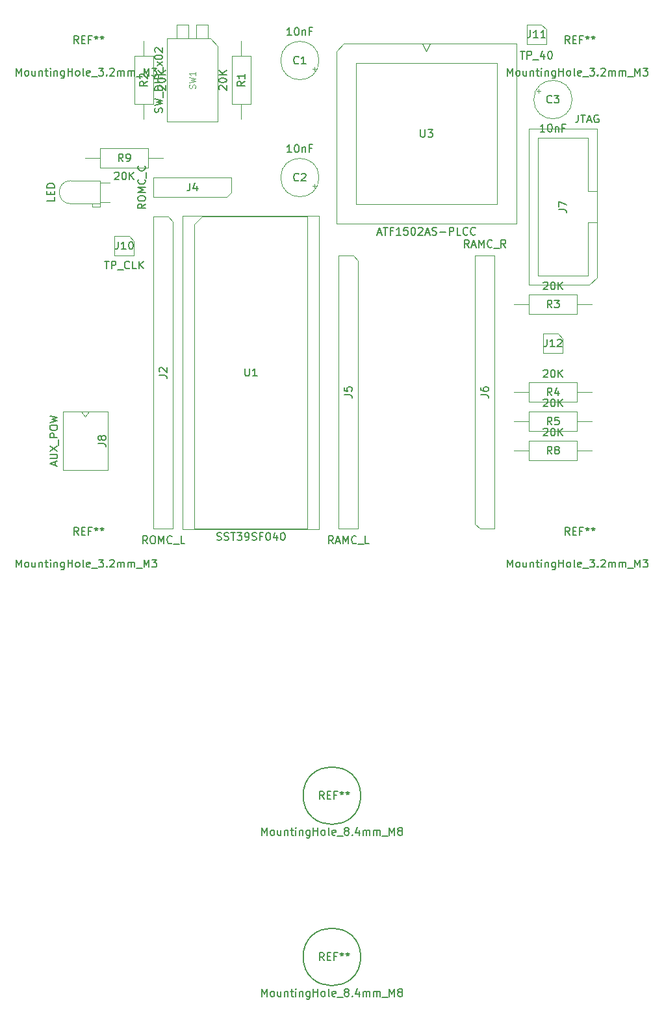
<source format=gbr>
G04 #@! TF.GenerationSoftware,KiCad,Pcbnew,(5.1.7)-1*
G04 #@! TF.CreationDate,2022-08-23T14:15:26-03:00*
G04 #@! TF.ProjectId,Squareboi2,53717561-7265-4626-9f69-322e6b696361,1*
G04 #@! TF.SameCoordinates,Original*
G04 #@! TF.FileFunction,Other,Fab,Top*
%FSLAX46Y46*%
G04 Gerber Fmt 4.6, Leading zero omitted, Abs format (unit mm)*
G04 Created by KiCad (PCBNEW (5.1.7)-1) date 2022-08-23 14:15:26*
%MOMM*%
%LPD*%
G01*
G04 APERTURE LIST*
%ADD10C,0.150000*%
%ADD11C,0.100000*%
%ADD12C,0.120000*%
G04 APERTURE END LIST*
D10*
X58750000Y-122400000D02*
G75*
G03*
X58750000Y-122400000I-3750000J0D01*
G01*
X58750000Y-143400000D02*
G75*
G03*
X58750000Y-143400000I-3750000J0D01*
G01*
D11*
X82550000Y-64770000D02*
X82550000Y-62230000D01*
X85090000Y-64770000D02*
X82550000Y-64770000D01*
X85090000Y-62865000D02*
X85090000Y-64770000D01*
X84455000Y-62230000D02*
X85090000Y-62865000D01*
X82550000Y-62230000D02*
X84455000Y-62230000D01*
X25780000Y-72390000D02*
X19980000Y-72390000D01*
X19980000Y-72390000D02*
X19980000Y-80010000D01*
X19980000Y-80010000D02*
X25780000Y-80010000D01*
X25780000Y-80010000D02*
X25780000Y-72390000D01*
X23360000Y-72390000D02*
X22860000Y-73097107D01*
X22860000Y-73097107D02*
X22360000Y-72390000D01*
X26035000Y-45085000D02*
X26035000Y-45085000D01*
X24765000Y-45085000D02*
X26035000Y-45085000D01*
X24765000Y-45085000D02*
X24765000Y-45085000D01*
X26035000Y-45085000D02*
X24765000Y-45085000D01*
X26035000Y-42545000D02*
X26035000Y-42545000D01*
X24765000Y-42545000D02*
X26035000Y-42545000D01*
X24765000Y-42545000D02*
X24765000Y-42545000D01*
X26035000Y-42545000D02*
X24765000Y-42545000D01*
X24765000Y-45315000D02*
X24765000Y-45715000D01*
X23765000Y-45315000D02*
X24765000Y-45315000D01*
X23765000Y-45715000D02*
X23765000Y-45315000D01*
X24765000Y-45715000D02*
X23765000Y-45715000D01*
X24765000Y-42315000D02*
X24765000Y-45315000D01*
X24765000Y-45315000D02*
X20965000Y-45315000D01*
X24765000Y-42315000D02*
X20965000Y-42315000D01*
X20965000Y-45315000D02*
G75*
G02*
X20965000Y-42315000I0J1500000D01*
G01*
X33020000Y-39370000D02*
X31090000Y-39370000D01*
X22860000Y-39370000D02*
X24790000Y-39370000D01*
X31090000Y-38120000D02*
X24790000Y-38120000D01*
X31090000Y-40620000D02*
X31090000Y-38120000D01*
X24790000Y-40620000D02*
X31090000Y-40620000D01*
X24790000Y-38120000D02*
X24790000Y-40620000D01*
X78740000Y-77470000D02*
X80670000Y-77470000D01*
X88900000Y-77470000D02*
X86970000Y-77470000D01*
X80670000Y-78720000D02*
X86970000Y-78720000D01*
X80670000Y-76220000D02*
X80670000Y-78720000D01*
X86970000Y-76220000D02*
X80670000Y-76220000D01*
X86970000Y-78720000D02*
X86970000Y-76220000D01*
X78740000Y-73660000D02*
X80670000Y-73660000D01*
X88900000Y-73660000D02*
X86970000Y-73660000D01*
X80670000Y-74910000D02*
X86970000Y-74910000D01*
X80670000Y-72410000D02*
X80670000Y-74910000D01*
X86970000Y-72410000D02*
X80670000Y-72410000D01*
X86970000Y-74910000D02*
X86970000Y-72410000D01*
X78740000Y-69850000D02*
X80670000Y-69850000D01*
X88900000Y-69850000D02*
X86970000Y-69850000D01*
X80670000Y-71100000D02*
X86970000Y-71100000D01*
X80670000Y-68600000D02*
X80670000Y-71100000D01*
X86970000Y-68600000D02*
X80670000Y-68600000D01*
X86970000Y-71100000D02*
X86970000Y-68600000D01*
X78740000Y-58420000D02*
X80670000Y-58420000D01*
X88900000Y-58420000D02*
X86970000Y-58420000D01*
X80670000Y-59670000D02*
X86970000Y-59670000D01*
X80670000Y-57170000D02*
X80670000Y-59670000D01*
X86970000Y-57170000D02*
X80670000Y-57170000D01*
X86970000Y-59670000D02*
X86970000Y-57170000D01*
X30480000Y-24130000D02*
X30480000Y-26060000D01*
X30480000Y-34290000D02*
X30480000Y-32360000D01*
X29230000Y-26060000D02*
X29230000Y-32360000D01*
X31730000Y-26060000D02*
X29230000Y-26060000D01*
X31730000Y-32360000D02*
X31730000Y-26060000D01*
X29230000Y-32360000D02*
X31730000Y-32360000D01*
X43180000Y-34290000D02*
X43180000Y-32360000D01*
X43180000Y-24130000D02*
X43180000Y-26060000D01*
X44430000Y-32360000D02*
X44430000Y-26060000D01*
X41930000Y-32360000D02*
X44430000Y-32360000D01*
X41930000Y-26060000D02*
X41930000Y-32360000D01*
X44430000Y-26060000D02*
X41930000Y-26060000D01*
X36310000Y-22010000D02*
X36310000Y-23810000D01*
X34810000Y-22010000D02*
X36310000Y-22010000D01*
X34810000Y-23810000D02*
X34810000Y-22010000D01*
X36310000Y-23810000D02*
X34810000Y-23810000D01*
X38850000Y-22010000D02*
X38850000Y-23810000D01*
X37350000Y-22010000D02*
X38850000Y-22010000D01*
X37350000Y-23810000D02*
X37350000Y-22010000D01*
X38850000Y-23810000D02*
X37350000Y-23810000D01*
X39150000Y-23810000D02*
X40150000Y-24810000D01*
X33510000Y-23810000D02*
X39150000Y-23810000D01*
X33510000Y-34610000D02*
X33510000Y-23810000D01*
X40150000Y-34610000D02*
X33510000Y-34610000D01*
X40150000Y-24810000D02*
X40150000Y-34610000D01*
X88340000Y-43670000D02*
X89540000Y-43670000D01*
X88340000Y-43670000D02*
X88340000Y-43670000D01*
X88340000Y-36730000D02*
X88340000Y-43670000D01*
X81840000Y-36730000D02*
X88340000Y-36730000D01*
X81840000Y-54710000D02*
X81840000Y-36730000D01*
X88340000Y-54710000D02*
X81840000Y-54710000D01*
X88340000Y-47770000D02*
X88340000Y-54710000D01*
X89540000Y-47770000D02*
X88340000Y-47770000D01*
X89540000Y-35540000D02*
X89540000Y-54900000D01*
X80640000Y-35540000D02*
X89540000Y-35540000D01*
X80640000Y-55900000D02*
X80640000Y-35540000D01*
X88540000Y-55900000D02*
X80640000Y-55900000D01*
X89540000Y-54900000D02*
X88540000Y-55900000D01*
X76200000Y-52070000D02*
X76200000Y-87630000D01*
X73660000Y-52070000D02*
X76200000Y-52070000D01*
X73660000Y-86995000D02*
X73660000Y-52070000D01*
X74295000Y-87630000D02*
X73660000Y-86995000D01*
X76200000Y-87630000D02*
X74295000Y-87630000D01*
X55880000Y-87630000D02*
X55880000Y-52070000D01*
X58420000Y-87630000D02*
X55880000Y-87630000D01*
X58420000Y-52705000D02*
X58420000Y-87630000D01*
X57785000Y-52070000D02*
X58420000Y-52705000D01*
X55880000Y-52070000D02*
X57785000Y-52070000D01*
X31750000Y-41910000D02*
X41910000Y-41910000D01*
X31750000Y-44450000D02*
X31750000Y-41910000D01*
X41275000Y-44450000D02*
X31750000Y-44450000D01*
X41910000Y-43815000D02*
X41275000Y-44450000D01*
X41910000Y-41910000D02*
X41910000Y-43815000D01*
X31750000Y-87630000D02*
X31750000Y-46990000D01*
X34290000Y-87630000D02*
X31750000Y-87630000D01*
X34290000Y-47625000D02*
X34290000Y-87630000D01*
X33655000Y-46990000D02*
X34290000Y-47625000D01*
X31750000Y-46990000D02*
X33655000Y-46990000D01*
X26670000Y-52070000D02*
X26670000Y-49530000D01*
X29210000Y-52070000D02*
X26670000Y-52070000D01*
X29210000Y-50165000D02*
X29210000Y-52070000D01*
X28575000Y-49530000D02*
X29210000Y-50165000D01*
X26670000Y-49530000D02*
X28575000Y-49530000D01*
X81916395Y-30412500D02*
X81916395Y-30912500D01*
X81666395Y-30662500D02*
X82166395Y-30662500D01*
X86300000Y-31750000D02*
G75*
G03*
X86300000Y-31750000I-2500000J0D01*
G01*
X80391000Y-24511000D02*
X80391000Y-21971000D01*
X82931000Y-24511000D02*
X80391000Y-24511000D01*
X82931000Y-22606000D02*
X82931000Y-24511000D01*
X82296000Y-21971000D02*
X82931000Y-22606000D01*
X80391000Y-21971000D02*
X82296000Y-21971000D01*
X53340000Y-46930000D02*
X35560000Y-46930000D01*
X53340000Y-87690000D02*
X53340000Y-46930000D01*
X35560000Y-87690000D02*
X53340000Y-87690000D01*
X35560000Y-46930000D02*
X35560000Y-87690000D01*
X37085000Y-47990000D02*
X38085000Y-46990000D01*
X37085000Y-87630000D02*
X37085000Y-47990000D01*
X51815000Y-87630000D02*
X37085000Y-87630000D01*
X51815000Y-46990000D02*
X51815000Y-87630000D01*
X38085000Y-46990000D02*
X51815000Y-46990000D01*
X56560000Y-24445000D02*
X55560000Y-25445000D01*
X55560000Y-25445000D02*
X55560000Y-47945000D01*
X55560000Y-47945000D02*
X79060000Y-47945000D01*
X79060000Y-47945000D02*
X79060000Y-24445000D01*
X79060000Y-24445000D02*
X56560000Y-24445000D01*
X58100000Y-26985000D02*
X58100000Y-45405000D01*
X58100000Y-45405000D02*
X76520000Y-45405000D01*
X76520000Y-45405000D02*
X76520000Y-26985000D01*
X76520000Y-26985000D02*
X58100000Y-26985000D01*
X66810000Y-24445000D02*
X67310000Y-25445000D01*
X67310000Y-25445000D02*
X67810000Y-24445000D01*
X52703605Y-43247500D02*
X52703605Y-42747500D01*
X52953605Y-42997500D02*
X52453605Y-42997500D01*
X53320000Y-41910000D02*
G75*
G03*
X53320000Y-41910000I-2500000J0D01*
G01*
X52703605Y-28007500D02*
X52703605Y-27507500D01*
X52953605Y-27757500D02*
X52453605Y-27757500D01*
X53320000Y-26670000D02*
G75*
G03*
X53320000Y-26670000I-2500000J0D01*
G01*
D10*
X83010476Y-62952380D02*
X83010476Y-63666666D01*
X82962857Y-63809523D01*
X82867619Y-63904761D01*
X82724761Y-63952380D01*
X82629523Y-63952380D01*
X84010476Y-63952380D02*
X83439047Y-63952380D01*
X83724761Y-63952380D02*
X83724761Y-62952380D01*
X83629523Y-63095238D01*
X83534285Y-63190476D01*
X83439047Y-63238095D01*
X84391428Y-63047619D02*
X84439047Y-63000000D01*
X84534285Y-62952380D01*
X84772380Y-62952380D01*
X84867619Y-63000000D01*
X84915238Y-63047619D01*
X84962857Y-63142857D01*
X84962857Y-63238095D01*
X84915238Y-63380952D01*
X84343809Y-63952380D01*
X84962857Y-63952380D01*
X45880952Y-148552380D02*
X45880952Y-147552380D01*
X46214285Y-148266666D01*
X46547619Y-147552380D01*
X46547619Y-148552380D01*
X47166666Y-148552380D02*
X47071428Y-148504761D01*
X47023809Y-148457142D01*
X46976190Y-148361904D01*
X46976190Y-148076190D01*
X47023809Y-147980952D01*
X47071428Y-147933333D01*
X47166666Y-147885714D01*
X47309523Y-147885714D01*
X47404761Y-147933333D01*
X47452380Y-147980952D01*
X47500000Y-148076190D01*
X47500000Y-148361904D01*
X47452380Y-148457142D01*
X47404761Y-148504761D01*
X47309523Y-148552380D01*
X47166666Y-148552380D01*
X48357142Y-147885714D02*
X48357142Y-148552380D01*
X47928571Y-147885714D02*
X47928571Y-148409523D01*
X47976190Y-148504761D01*
X48071428Y-148552380D01*
X48214285Y-148552380D01*
X48309523Y-148504761D01*
X48357142Y-148457142D01*
X48833333Y-147885714D02*
X48833333Y-148552380D01*
X48833333Y-147980952D02*
X48880952Y-147933333D01*
X48976190Y-147885714D01*
X49119047Y-147885714D01*
X49214285Y-147933333D01*
X49261904Y-148028571D01*
X49261904Y-148552380D01*
X49595238Y-147885714D02*
X49976190Y-147885714D01*
X49738095Y-147552380D02*
X49738095Y-148409523D01*
X49785714Y-148504761D01*
X49880952Y-148552380D01*
X49976190Y-148552380D01*
X50309523Y-148552380D02*
X50309523Y-147885714D01*
X50309523Y-147552380D02*
X50261904Y-147600000D01*
X50309523Y-147647619D01*
X50357142Y-147600000D01*
X50309523Y-147552380D01*
X50309523Y-147647619D01*
X50785714Y-147885714D02*
X50785714Y-148552380D01*
X50785714Y-147980952D02*
X50833333Y-147933333D01*
X50928571Y-147885714D01*
X51071428Y-147885714D01*
X51166666Y-147933333D01*
X51214285Y-148028571D01*
X51214285Y-148552380D01*
X52119047Y-147885714D02*
X52119047Y-148695238D01*
X52071428Y-148790476D01*
X52023809Y-148838095D01*
X51928571Y-148885714D01*
X51785714Y-148885714D01*
X51690476Y-148838095D01*
X52119047Y-148504761D02*
X52023809Y-148552380D01*
X51833333Y-148552380D01*
X51738095Y-148504761D01*
X51690476Y-148457142D01*
X51642857Y-148361904D01*
X51642857Y-148076190D01*
X51690476Y-147980952D01*
X51738095Y-147933333D01*
X51833333Y-147885714D01*
X52023809Y-147885714D01*
X52119047Y-147933333D01*
X52595238Y-148552380D02*
X52595238Y-147552380D01*
X52595238Y-148028571D02*
X53166666Y-148028571D01*
X53166666Y-148552380D02*
X53166666Y-147552380D01*
X53785714Y-148552380D02*
X53690476Y-148504761D01*
X53642857Y-148457142D01*
X53595238Y-148361904D01*
X53595238Y-148076190D01*
X53642857Y-147980952D01*
X53690476Y-147933333D01*
X53785714Y-147885714D01*
X53928571Y-147885714D01*
X54023809Y-147933333D01*
X54071428Y-147980952D01*
X54119047Y-148076190D01*
X54119047Y-148361904D01*
X54071428Y-148457142D01*
X54023809Y-148504761D01*
X53928571Y-148552380D01*
X53785714Y-148552380D01*
X54690476Y-148552380D02*
X54595238Y-148504761D01*
X54547619Y-148409523D01*
X54547619Y-147552380D01*
X55452380Y-148504761D02*
X55357142Y-148552380D01*
X55166666Y-148552380D01*
X55071428Y-148504761D01*
X55023809Y-148409523D01*
X55023809Y-148028571D01*
X55071428Y-147933333D01*
X55166666Y-147885714D01*
X55357142Y-147885714D01*
X55452380Y-147933333D01*
X55500000Y-148028571D01*
X55500000Y-148123809D01*
X55023809Y-148219047D01*
X55690476Y-148647619D02*
X56452380Y-148647619D01*
X56833333Y-147980952D02*
X56738095Y-147933333D01*
X56690476Y-147885714D01*
X56642857Y-147790476D01*
X56642857Y-147742857D01*
X56690476Y-147647619D01*
X56738095Y-147600000D01*
X56833333Y-147552380D01*
X57023809Y-147552380D01*
X57119047Y-147600000D01*
X57166666Y-147647619D01*
X57214285Y-147742857D01*
X57214285Y-147790476D01*
X57166666Y-147885714D01*
X57119047Y-147933333D01*
X57023809Y-147980952D01*
X56833333Y-147980952D01*
X56738095Y-148028571D01*
X56690476Y-148076190D01*
X56642857Y-148171428D01*
X56642857Y-148361904D01*
X56690476Y-148457142D01*
X56738095Y-148504761D01*
X56833333Y-148552380D01*
X57023809Y-148552380D01*
X57119047Y-148504761D01*
X57166666Y-148457142D01*
X57214285Y-148361904D01*
X57214285Y-148171428D01*
X57166666Y-148076190D01*
X57119047Y-148028571D01*
X57023809Y-147980952D01*
X57642857Y-148457142D02*
X57690476Y-148504761D01*
X57642857Y-148552380D01*
X57595238Y-148504761D01*
X57642857Y-148457142D01*
X57642857Y-148552380D01*
X58547619Y-147885714D02*
X58547619Y-148552380D01*
X58309523Y-147504761D02*
X58071428Y-148219047D01*
X58690476Y-148219047D01*
X59071428Y-148552380D02*
X59071428Y-147885714D01*
X59071428Y-147980952D02*
X59119047Y-147933333D01*
X59214285Y-147885714D01*
X59357142Y-147885714D01*
X59452380Y-147933333D01*
X59499999Y-148028571D01*
X59499999Y-148552380D01*
X59499999Y-148028571D02*
X59547619Y-147933333D01*
X59642857Y-147885714D01*
X59785714Y-147885714D01*
X59880952Y-147933333D01*
X59928571Y-148028571D01*
X59928571Y-148552380D01*
X60404761Y-148552380D02*
X60404761Y-147885714D01*
X60404761Y-147980952D02*
X60452380Y-147933333D01*
X60547619Y-147885714D01*
X60690476Y-147885714D01*
X60785714Y-147933333D01*
X60833333Y-148028571D01*
X60833333Y-148552380D01*
X60833333Y-148028571D02*
X60880952Y-147933333D01*
X60976190Y-147885714D01*
X61119047Y-147885714D01*
X61214285Y-147933333D01*
X61261904Y-148028571D01*
X61261904Y-148552380D01*
X61499999Y-148647619D02*
X62261904Y-148647619D01*
X62499999Y-148552380D02*
X62499999Y-147552380D01*
X62833333Y-148266666D01*
X63166666Y-147552380D01*
X63166666Y-148552380D01*
X63785714Y-147980952D02*
X63690476Y-147933333D01*
X63642857Y-147885714D01*
X63595238Y-147790476D01*
X63595238Y-147742857D01*
X63642857Y-147647619D01*
X63690476Y-147600000D01*
X63785714Y-147552380D01*
X63976190Y-147552380D01*
X64071428Y-147600000D01*
X64119047Y-147647619D01*
X64166666Y-147742857D01*
X64166666Y-147790476D01*
X64119047Y-147885714D01*
X64071428Y-147933333D01*
X63976190Y-147980952D01*
X63785714Y-147980952D01*
X63690476Y-148028571D01*
X63642857Y-148076190D01*
X63595238Y-148171428D01*
X63595238Y-148361904D01*
X63642857Y-148457142D01*
X63690476Y-148504761D01*
X63785714Y-148552380D01*
X63976190Y-148552380D01*
X64071428Y-148504761D01*
X64119047Y-148457142D01*
X64166666Y-148361904D01*
X64166666Y-148171428D01*
X64119047Y-148076190D01*
X64071428Y-148028571D01*
X63976190Y-147980952D01*
X53966666Y-143852380D02*
X53633333Y-143376190D01*
X53395238Y-143852380D02*
X53395238Y-142852380D01*
X53776190Y-142852380D01*
X53871428Y-142900000D01*
X53919047Y-142947619D01*
X53966666Y-143042857D01*
X53966666Y-143185714D01*
X53919047Y-143280952D01*
X53871428Y-143328571D01*
X53776190Y-143376190D01*
X53395238Y-143376190D01*
X54395238Y-143328571D02*
X54728571Y-143328571D01*
X54871428Y-143852380D02*
X54395238Y-143852380D01*
X54395238Y-142852380D01*
X54871428Y-142852380D01*
X55633333Y-143328571D02*
X55300000Y-143328571D01*
X55300000Y-143852380D02*
X55300000Y-142852380D01*
X55776190Y-142852380D01*
X56300000Y-142852380D02*
X56300000Y-143090476D01*
X56061904Y-142995238D02*
X56300000Y-143090476D01*
X56538095Y-142995238D01*
X56157142Y-143280952D02*
X56300000Y-143090476D01*
X56442857Y-143280952D01*
X57061904Y-142852380D02*
X57061904Y-143090476D01*
X56823809Y-142995238D02*
X57061904Y-143090476D01*
X57300000Y-142995238D01*
X56919047Y-143280952D02*
X57061904Y-143090476D01*
X57204761Y-143280952D01*
X45880952Y-127552380D02*
X45880952Y-126552380D01*
X46214285Y-127266666D01*
X46547619Y-126552380D01*
X46547619Y-127552380D01*
X47166666Y-127552380D02*
X47071428Y-127504761D01*
X47023809Y-127457142D01*
X46976190Y-127361904D01*
X46976190Y-127076190D01*
X47023809Y-126980952D01*
X47071428Y-126933333D01*
X47166666Y-126885714D01*
X47309523Y-126885714D01*
X47404761Y-126933333D01*
X47452380Y-126980952D01*
X47500000Y-127076190D01*
X47500000Y-127361904D01*
X47452380Y-127457142D01*
X47404761Y-127504761D01*
X47309523Y-127552380D01*
X47166666Y-127552380D01*
X48357142Y-126885714D02*
X48357142Y-127552380D01*
X47928571Y-126885714D02*
X47928571Y-127409523D01*
X47976190Y-127504761D01*
X48071428Y-127552380D01*
X48214285Y-127552380D01*
X48309523Y-127504761D01*
X48357142Y-127457142D01*
X48833333Y-126885714D02*
X48833333Y-127552380D01*
X48833333Y-126980952D02*
X48880952Y-126933333D01*
X48976190Y-126885714D01*
X49119047Y-126885714D01*
X49214285Y-126933333D01*
X49261904Y-127028571D01*
X49261904Y-127552380D01*
X49595238Y-126885714D02*
X49976190Y-126885714D01*
X49738095Y-126552380D02*
X49738095Y-127409523D01*
X49785714Y-127504761D01*
X49880952Y-127552380D01*
X49976190Y-127552380D01*
X50309523Y-127552380D02*
X50309523Y-126885714D01*
X50309523Y-126552380D02*
X50261904Y-126600000D01*
X50309523Y-126647619D01*
X50357142Y-126600000D01*
X50309523Y-126552380D01*
X50309523Y-126647619D01*
X50785714Y-126885714D02*
X50785714Y-127552380D01*
X50785714Y-126980952D02*
X50833333Y-126933333D01*
X50928571Y-126885714D01*
X51071428Y-126885714D01*
X51166666Y-126933333D01*
X51214285Y-127028571D01*
X51214285Y-127552380D01*
X52119047Y-126885714D02*
X52119047Y-127695238D01*
X52071428Y-127790476D01*
X52023809Y-127838095D01*
X51928571Y-127885714D01*
X51785714Y-127885714D01*
X51690476Y-127838095D01*
X52119047Y-127504761D02*
X52023809Y-127552380D01*
X51833333Y-127552380D01*
X51738095Y-127504761D01*
X51690476Y-127457142D01*
X51642857Y-127361904D01*
X51642857Y-127076190D01*
X51690476Y-126980952D01*
X51738095Y-126933333D01*
X51833333Y-126885714D01*
X52023809Y-126885714D01*
X52119047Y-126933333D01*
X52595238Y-127552380D02*
X52595238Y-126552380D01*
X52595238Y-127028571D02*
X53166666Y-127028571D01*
X53166666Y-127552380D02*
X53166666Y-126552380D01*
X53785714Y-127552380D02*
X53690476Y-127504761D01*
X53642857Y-127457142D01*
X53595238Y-127361904D01*
X53595238Y-127076190D01*
X53642857Y-126980952D01*
X53690476Y-126933333D01*
X53785714Y-126885714D01*
X53928571Y-126885714D01*
X54023809Y-126933333D01*
X54071428Y-126980952D01*
X54119047Y-127076190D01*
X54119047Y-127361904D01*
X54071428Y-127457142D01*
X54023809Y-127504761D01*
X53928571Y-127552380D01*
X53785714Y-127552380D01*
X54690476Y-127552380D02*
X54595238Y-127504761D01*
X54547619Y-127409523D01*
X54547619Y-126552380D01*
X55452380Y-127504761D02*
X55357142Y-127552380D01*
X55166666Y-127552380D01*
X55071428Y-127504761D01*
X55023809Y-127409523D01*
X55023809Y-127028571D01*
X55071428Y-126933333D01*
X55166666Y-126885714D01*
X55357142Y-126885714D01*
X55452380Y-126933333D01*
X55500000Y-127028571D01*
X55500000Y-127123809D01*
X55023809Y-127219047D01*
X55690476Y-127647619D02*
X56452380Y-127647619D01*
X56833333Y-126980952D02*
X56738095Y-126933333D01*
X56690476Y-126885714D01*
X56642857Y-126790476D01*
X56642857Y-126742857D01*
X56690476Y-126647619D01*
X56738095Y-126600000D01*
X56833333Y-126552380D01*
X57023809Y-126552380D01*
X57119047Y-126600000D01*
X57166666Y-126647619D01*
X57214285Y-126742857D01*
X57214285Y-126790476D01*
X57166666Y-126885714D01*
X57119047Y-126933333D01*
X57023809Y-126980952D01*
X56833333Y-126980952D01*
X56738095Y-127028571D01*
X56690476Y-127076190D01*
X56642857Y-127171428D01*
X56642857Y-127361904D01*
X56690476Y-127457142D01*
X56738095Y-127504761D01*
X56833333Y-127552380D01*
X57023809Y-127552380D01*
X57119047Y-127504761D01*
X57166666Y-127457142D01*
X57214285Y-127361904D01*
X57214285Y-127171428D01*
X57166666Y-127076190D01*
X57119047Y-127028571D01*
X57023809Y-126980952D01*
X57642857Y-127457142D02*
X57690476Y-127504761D01*
X57642857Y-127552380D01*
X57595238Y-127504761D01*
X57642857Y-127457142D01*
X57642857Y-127552380D01*
X58547619Y-126885714D02*
X58547619Y-127552380D01*
X58309523Y-126504761D02*
X58071428Y-127219047D01*
X58690476Y-127219047D01*
X59071428Y-127552380D02*
X59071428Y-126885714D01*
X59071428Y-126980952D02*
X59119047Y-126933333D01*
X59214285Y-126885714D01*
X59357142Y-126885714D01*
X59452380Y-126933333D01*
X59499999Y-127028571D01*
X59499999Y-127552380D01*
X59499999Y-127028571D02*
X59547619Y-126933333D01*
X59642857Y-126885714D01*
X59785714Y-126885714D01*
X59880952Y-126933333D01*
X59928571Y-127028571D01*
X59928571Y-127552380D01*
X60404761Y-127552380D02*
X60404761Y-126885714D01*
X60404761Y-126980952D02*
X60452380Y-126933333D01*
X60547619Y-126885714D01*
X60690476Y-126885714D01*
X60785714Y-126933333D01*
X60833333Y-127028571D01*
X60833333Y-127552380D01*
X60833333Y-127028571D02*
X60880952Y-126933333D01*
X60976190Y-126885714D01*
X61119047Y-126885714D01*
X61214285Y-126933333D01*
X61261904Y-127028571D01*
X61261904Y-127552380D01*
X61499999Y-127647619D02*
X62261904Y-127647619D01*
X62499999Y-127552380D02*
X62499999Y-126552380D01*
X62833333Y-127266666D01*
X63166666Y-126552380D01*
X63166666Y-127552380D01*
X63785714Y-126980952D02*
X63690476Y-126933333D01*
X63642857Y-126885714D01*
X63595238Y-126790476D01*
X63595238Y-126742857D01*
X63642857Y-126647619D01*
X63690476Y-126600000D01*
X63785714Y-126552380D01*
X63976190Y-126552380D01*
X64071428Y-126600000D01*
X64119047Y-126647619D01*
X64166666Y-126742857D01*
X64166666Y-126790476D01*
X64119047Y-126885714D01*
X64071428Y-126933333D01*
X63976190Y-126980952D01*
X63785714Y-126980952D01*
X63690476Y-127028571D01*
X63642857Y-127076190D01*
X63595238Y-127171428D01*
X63595238Y-127361904D01*
X63642857Y-127457142D01*
X63690476Y-127504761D01*
X63785714Y-127552380D01*
X63976190Y-127552380D01*
X64071428Y-127504761D01*
X64119047Y-127457142D01*
X64166666Y-127361904D01*
X64166666Y-127171428D01*
X64119047Y-127076190D01*
X64071428Y-127028571D01*
X63976190Y-126980952D01*
X53966666Y-122852380D02*
X53633333Y-122376190D01*
X53395238Y-122852380D02*
X53395238Y-121852380D01*
X53776190Y-121852380D01*
X53871428Y-121900000D01*
X53919047Y-121947619D01*
X53966666Y-122042857D01*
X53966666Y-122185714D01*
X53919047Y-122280952D01*
X53871428Y-122328571D01*
X53776190Y-122376190D01*
X53395238Y-122376190D01*
X54395238Y-122328571D02*
X54728571Y-122328571D01*
X54871428Y-122852380D02*
X54395238Y-122852380D01*
X54395238Y-121852380D01*
X54871428Y-121852380D01*
X55633333Y-122328571D02*
X55300000Y-122328571D01*
X55300000Y-122852380D02*
X55300000Y-121852380D01*
X55776190Y-121852380D01*
X56300000Y-121852380D02*
X56300000Y-122090476D01*
X56061904Y-121995238D02*
X56300000Y-122090476D01*
X56538095Y-121995238D01*
X56157142Y-122280952D02*
X56300000Y-122090476D01*
X56442857Y-122280952D01*
X57061904Y-121852380D02*
X57061904Y-122090476D01*
X56823809Y-121995238D02*
X57061904Y-122090476D01*
X57300000Y-121995238D01*
X56919047Y-122280952D02*
X57061904Y-122090476D01*
X57204761Y-122280952D01*
X18946666Y-79414285D02*
X18946666Y-78938095D01*
X19232380Y-79509523D02*
X18232380Y-79176190D01*
X19232380Y-78842857D01*
X18232380Y-78509523D02*
X19041904Y-78509523D01*
X19137142Y-78461904D01*
X19184761Y-78414285D01*
X19232380Y-78319047D01*
X19232380Y-78128571D01*
X19184761Y-78033333D01*
X19137142Y-77985714D01*
X19041904Y-77938095D01*
X18232380Y-77938095D01*
X18232380Y-77557142D02*
X19232380Y-76890476D01*
X18232380Y-76890476D02*
X19232380Y-77557142D01*
X19327619Y-76747619D02*
X19327619Y-75985714D01*
X19232380Y-75747619D02*
X18232380Y-75747619D01*
X18232380Y-75366666D01*
X18280000Y-75271428D01*
X18327619Y-75223809D01*
X18422857Y-75176190D01*
X18565714Y-75176190D01*
X18660952Y-75223809D01*
X18708571Y-75271428D01*
X18756190Y-75366666D01*
X18756190Y-75747619D01*
X18232380Y-74557142D02*
X18232380Y-74366666D01*
X18280000Y-74271428D01*
X18375238Y-74176190D01*
X18565714Y-74128571D01*
X18899047Y-74128571D01*
X19089523Y-74176190D01*
X19184761Y-74271428D01*
X19232380Y-74366666D01*
X19232380Y-74557142D01*
X19184761Y-74652380D01*
X19089523Y-74747619D01*
X18899047Y-74795238D01*
X18565714Y-74795238D01*
X18375238Y-74747619D01*
X18280000Y-74652380D01*
X18232380Y-74557142D01*
X18232380Y-73795238D02*
X19232380Y-73557142D01*
X18518095Y-73366666D01*
X19232380Y-73176190D01*
X18232380Y-72938095D01*
X24532380Y-76533333D02*
X25246666Y-76533333D01*
X25389523Y-76580952D01*
X25484761Y-76676190D01*
X25532380Y-76819047D01*
X25532380Y-76914285D01*
X24960952Y-75914285D02*
X24913333Y-76009523D01*
X24865714Y-76057142D01*
X24770476Y-76104761D01*
X24722857Y-76104761D01*
X24627619Y-76057142D01*
X24580000Y-76009523D01*
X24532380Y-75914285D01*
X24532380Y-75723809D01*
X24580000Y-75628571D01*
X24627619Y-75580952D01*
X24722857Y-75533333D01*
X24770476Y-75533333D01*
X24865714Y-75580952D01*
X24913333Y-75628571D01*
X24960952Y-75723809D01*
X24960952Y-75914285D01*
X25008571Y-76009523D01*
X25056190Y-76057142D01*
X25151428Y-76104761D01*
X25341904Y-76104761D01*
X25437142Y-76057142D01*
X25484761Y-76009523D01*
X25532380Y-75914285D01*
X25532380Y-75723809D01*
X25484761Y-75628571D01*
X25437142Y-75580952D01*
X25341904Y-75533333D01*
X25151428Y-75533333D01*
X25056190Y-75580952D01*
X25008571Y-75628571D01*
X24960952Y-75723809D01*
X18857380Y-44457857D02*
X18857380Y-44934047D01*
X17857380Y-44934047D01*
X18333571Y-44124523D02*
X18333571Y-43791190D01*
X18857380Y-43648333D02*
X18857380Y-44124523D01*
X17857380Y-44124523D01*
X17857380Y-43648333D01*
X18857380Y-43219761D02*
X17857380Y-43219761D01*
X17857380Y-42981666D01*
X17905000Y-42838809D01*
X18000238Y-42743571D01*
X18095476Y-42695952D01*
X18285952Y-42648333D01*
X18428809Y-42648333D01*
X18619285Y-42695952D01*
X18714523Y-42743571D01*
X18809761Y-42838809D01*
X18857380Y-42981666D01*
X18857380Y-43219761D01*
X26678095Y-41287619D02*
X26725714Y-41240000D01*
X26820952Y-41192380D01*
X27059047Y-41192380D01*
X27154285Y-41240000D01*
X27201904Y-41287619D01*
X27249523Y-41382857D01*
X27249523Y-41478095D01*
X27201904Y-41620952D01*
X26630476Y-42192380D01*
X27249523Y-42192380D01*
X27868571Y-41192380D02*
X27963809Y-41192380D01*
X28059047Y-41240000D01*
X28106666Y-41287619D01*
X28154285Y-41382857D01*
X28201904Y-41573333D01*
X28201904Y-41811428D01*
X28154285Y-42001904D01*
X28106666Y-42097142D01*
X28059047Y-42144761D01*
X27963809Y-42192380D01*
X27868571Y-42192380D01*
X27773333Y-42144761D01*
X27725714Y-42097142D01*
X27678095Y-42001904D01*
X27630476Y-41811428D01*
X27630476Y-41573333D01*
X27678095Y-41382857D01*
X27725714Y-41287619D01*
X27773333Y-41240000D01*
X27868571Y-41192380D01*
X28630476Y-42192380D02*
X28630476Y-41192380D01*
X29201904Y-42192380D02*
X28773333Y-41620952D01*
X29201904Y-41192380D02*
X28630476Y-41763809D01*
X27773333Y-39822380D02*
X27440000Y-39346190D01*
X27201904Y-39822380D02*
X27201904Y-38822380D01*
X27582857Y-38822380D01*
X27678095Y-38870000D01*
X27725714Y-38917619D01*
X27773333Y-39012857D01*
X27773333Y-39155714D01*
X27725714Y-39250952D01*
X27678095Y-39298571D01*
X27582857Y-39346190D01*
X27201904Y-39346190D01*
X28249523Y-39822380D02*
X28440000Y-39822380D01*
X28535238Y-39774761D01*
X28582857Y-39727142D01*
X28678095Y-39584285D01*
X28725714Y-39393809D01*
X28725714Y-39012857D01*
X28678095Y-38917619D01*
X28630476Y-38870000D01*
X28535238Y-38822380D01*
X28344761Y-38822380D01*
X28249523Y-38870000D01*
X28201904Y-38917619D01*
X28154285Y-39012857D01*
X28154285Y-39250952D01*
X28201904Y-39346190D01*
X28249523Y-39393809D01*
X28344761Y-39441428D01*
X28535238Y-39441428D01*
X28630476Y-39393809D01*
X28678095Y-39346190D01*
X28725714Y-39250952D01*
X82558095Y-74647619D02*
X82605714Y-74600000D01*
X82700952Y-74552380D01*
X82939047Y-74552380D01*
X83034285Y-74600000D01*
X83081904Y-74647619D01*
X83129523Y-74742857D01*
X83129523Y-74838095D01*
X83081904Y-74980952D01*
X82510476Y-75552380D01*
X83129523Y-75552380D01*
X83748571Y-74552380D02*
X83843809Y-74552380D01*
X83939047Y-74600000D01*
X83986666Y-74647619D01*
X84034285Y-74742857D01*
X84081904Y-74933333D01*
X84081904Y-75171428D01*
X84034285Y-75361904D01*
X83986666Y-75457142D01*
X83939047Y-75504761D01*
X83843809Y-75552380D01*
X83748571Y-75552380D01*
X83653333Y-75504761D01*
X83605714Y-75457142D01*
X83558095Y-75361904D01*
X83510476Y-75171428D01*
X83510476Y-74933333D01*
X83558095Y-74742857D01*
X83605714Y-74647619D01*
X83653333Y-74600000D01*
X83748571Y-74552380D01*
X84510476Y-75552380D02*
X84510476Y-74552380D01*
X85081904Y-75552380D02*
X84653333Y-74980952D01*
X85081904Y-74552380D02*
X84510476Y-75123809D01*
X83653333Y-77922380D02*
X83320000Y-77446190D01*
X83081904Y-77922380D02*
X83081904Y-76922380D01*
X83462857Y-76922380D01*
X83558095Y-76970000D01*
X83605714Y-77017619D01*
X83653333Y-77112857D01*
X83653333Y-77255714D01*
X83605714Y-77350952D01*
X83558095Y-77398571D01*
X83462857Y-77446190D01*
X83081904Y-77446190D01*
X84224761Y-77350952D02*
X84129523Y-77303333D01*
X84081904Y-77255714D01*
X84034285Y-77160476D01*
X84034285Y-77112857D01*
X84081904Y-77017619D01*
X84129523Y-76970000D01*
X84224761Y-76922380D01*
X84415238Y-76922380D01*
X84510476Y-76970000D01*
X84558095Y-77017619D01*
X84605714Y-77112857D01*
X84605714Y-77160476D01*
X84558095Y-77255714D01*
X84510476Y-77303333D01*
X84415238Y-77350952D01*
X84224761Y-77350952D01*
X84129523Y-77398571D01*
X84081904Y-77446190D01*
X84034285Y-77541428D01*
X84034285Y-77731904D01*
X84081904Y-77827142D01*
X84129523Y-77874761D01*
X84224761Y-77922380D01*
X84415238Y-77922380D01*
X84510476Y-77874761D01*
X84558095Y-77827142D01*
X84605714Y-77731904D01*
X84605714Y-77541428D01*
X84558095Y-77446190D01*
X84510476Y-77398571D01*
X84415238Y-77350952D01*
X82558095Y-70837619D02*
X82605714Y-70790000D01*
X82700952Y-70742380D01*
X82939047Y-70742380D01*
X83034285Y-70790000D01*
X83081904Y-70837619D01*
X83129523Y-70932857D01*
X83129523Y-71028095D01*
X83081904Y-71170952D01*
X82510476Y-71742380D01*
X83129523Y-71742380D01*
X83748571Y-70742380D02*
X83843809Y-70742380D01*
X83939047Y-70790000D01*
X83986666Y-70837619D01*
X84034285Y-70932857D01*
X84081904Y-71123333D01*
X84081904Y-71361428D01*
X84034285Y-71551904D01*
X83986666Y-71647142D01*
X83939047Y-71694761D01*
X83843809Y-71742380D01*
X83748571Y-71742380D01*
X83653333Y-71694761D01*
X83605714Y-71647142D01*
X83558095Y-71551904D01*
X83510476Y-71361428D01*
X83510476Y-71123333D01*
X83558095Y-70932857D01*
X83605714Y-70837619D01*
X83653333Y-70790000D01*
X83748571Y-70742380D01*
X84510476Y-71742380D02*
X84510476Y-70742380D01*
X85081904Y-71742380D02*
X84653333Y-71170952D01*
X85081904Y-70742380D02*
X84510476Y-71313809D01*
X83653333Y-74112380D02*
X83320000Y-73636190D01*
X83081904Y-74112380D02*
X83081904Y-73112380D01*
X83462857Y-73112380D01*
X83558095Y-73160000D01*
X83605714Y-73207619D01*
X83653333Y-73302857D01*
X83653333Y-73445714D01*
X83605714Y-73540952D01*
X83558095Y-73588571D01*
X83462857Y-73636190D01*
X83081904Y-73636190D01*
X84558095Y-73112380D02*
X84081904Y-73112380D01*
X84034285Y-73588571D01*
X84081904Y-73540952D01*
X84177142Y-73493333D01*
X84415238Y-73493333D01*
X84510476Y-73540952D01*
X84558095Y-73588571D01*
X84605714Y-73683809D01*
X84605714Y-73921904D01*
X84558095Y-74017142D01*
X84510476Y-74064761D01*
X84415238Y-74112380D01*
X84177142Y-74112380D01*
X84081904Y-74064761D01*
X84034285Y-74017142D01*
X82558095Y-67027619D02*
X82605714Y-66980000D01*
X82700952Y-66932380D01*
X82939047Y-66932380D01*
X83034285Y-66980000D01*
X83081904Y-67027619D01*
X83129523Y-67122857D01*
X83129523Y-67218095D01*
X83081904Y-67360952D01*
X82510476Y-67932380D01*
X83129523Y-67932380D01*
X83748571Y-66932380D02*
X83843809Y-66932380D01*
X83939047Y-66980000D01*
X83986666Y-67027619D01*
X84034285Y-67122857D01*
X84081904Y-67313333D01*
X84081904Y-67551428D01*
X84034285Y-67741904D01*
X83986666Y-67837142D01*
X83939047Y-67884761D01*
X83843809Y-67932380D01*
X83748571Y-67932380D01*
X83653333Y-67884761D01*
X83605714Y-67837142D01*
X83558095Y-67741904D01*
X83510476Y-67551428D01*
X83510476Y-67313333D01*
X83558095Y-67122857D01*
X83605714Y-67027619D01*
X83653333Y-66980000D01*
X83748571Y-66932380D01*
X84510476Y-67932380D02*
X84510476Y-66932380D01*
X85081904Y-67932380D02*
X84653333Y-67360952D01*
X85081904Y-66932380D02*
X84510476Y-67503809D01*
X83653333Y-70302380D02*
X83320000Y-69826190D01*
X83081904Y-70302380D02*
X83081904Y-69302380D01*
X83462857Y-69302380D01*
X83558095Y-69350000D01*
X83605714Y-69397619D01*
X83653333Y-69492857D01*
X83653333Y-69635714D01*
X83605714Y-69730952D01*
X83558095Y-69778571D01*
X83462857Y-69826190D01*
X83081904Y-69826190D01*
X84510476Y-69635714D02*
X84510476Y-70302380D01*
X84272380Y-69254761D02*
X84034285Y-69969047D01*
X84653333Y-69969047D01*
X82558095Y-55597619D02*
X82605714Y-55550000D01*
X82700952Y-55502380D01*
X82939047Y-55502380D01*
X83034285Y-55550000D01*
X83081904Y-55597619D01*
X83129523Y-55692857D01*
X83129523Y-55788095D01*
X83081904Y-55930952D01*
X82510476Y-56502380D01*
X83129523Y-56502380D01*
X83748571Y-55502380D02*
X83843809Y-55502380D01*
X83939047Y-55550000D01*
X83986666Y-55597619D01*
X84034285Y-55692857D01*
X84081904Y-55883333D01*
X84081904Y-56121428D01*
X84034285Y-56311904D01*
X83986666Y-56407142D01*
X83939047Y-56454761D01*
X83843809Y-56502380D01*
X83748571Y-56502380D01*
X83653333Y-56454761D01*
X83605714Y-56407142D01*
X83558095Y-56311904D01*
X83510476Y-56121428D01*
X83510476Y-55883333D01*
X83558095Y-55692857D01*
X83605714Y-55597619D01*
X83653333Y-55550000D01*
X83748571Y-55502380D01*
X84510476Y-56502380D02*
X84510476Y-55502380D01*
X85081904Y-56502380D02*
X84653333Y-55930952D01*
X85081904Y-55502380D02*
X84510476Y-56073809D01*
X83653333Y-58872380D02*
X83320000Y-58396190D01*
X83081904Y-58872380D02*
X83081904Y-57872380D01*
X83462857Y-57872380D01*
X83558095Y-57920000D01*
X83605714Y-57967619D01*
X83653333Y-58062857D01*
X83653333Y-58205714D01*
X83605714Y-58300952D01*
X83558095Y-58348571D01*
X83462857Y-58396190D01*
X83081904Y-58396190D01*
X83986666Y-57872380D02*
X84605714Y-57872380D01*
X84272380Y-58253333D01*
X84415238Y-58253333D01*
X84510476Y-58300952D01*
X84558095Y-58348571D01*
X84605714Y-58443809D01*
X84605714Y-58681904D01*
X84558095Y-58777142D01*
X84510476Y-58824761D01*
X84415238Y-58872380D01*
X84129523Y-58872380D01*
X84034285Y-58824761D01*
X83986666Y-58777142D01*
X32397619Y-30471904D02*
X32350000Y-30424285D01*
X32302380Y-30329047D01*
X32302380Y-30090952D01*
X32350000Y-29995714D01*
X32397619Y-29948095D01*
X32492857Y-29900476D01*
X32588095Y-29900476D01*
X32730952Y-29948095D01*
X33302380Y-30519523D01*
X33302380Y-29900476D01*
X32302380Y-29281428D02*
X32302380Y-29186190D01*
X32350000Y-29090952D01*
X32397619Y-29043333D01*
X32492857Y-28995714D01*
X32683333Y-28948095D01*
X32921428Y-28948095D01*
X33111904Y-28995714D01*
X33207142Y-29043333D01*
X33254761Y-29090952D01*
X33302380Y-29186190D01*
X33302380Y-29281428D01*
X33254761Y-29376666D01*
X33207142Y-29424285D01*
X33111904Y-29471904D01*
X32921428Y-29519523D01*
X32683333Y-29519523D01*
X32492857Y-29471904D01*
X32397619Y-29424285D01*
X32350000Y-29376666D01*
X32302380Y-29281428D01*
X33302380Y-28519523D02*
X32302380Y-28519523D01*
X33302380Y-27948095D02*
X32730952Y-28376666D01*
X32302380Y-27948095D02*
X32873809Y-28519523D01*
X30932380Y-29376666D02*
X30456190Y-29710000D01*
X30932380Y-29948095D02*
X29932380Y-29948095D01*
X29932380Y-29567142D01*
X29980000Y-29471904D01*
X30027619Y-29424285D01*
X30122857Y-29376666D01*
X30265714Y-29376666D01*
X30360952Y-29424285D01*
X30408571Y-29471904D01*
X30456190Y-29567142D01*
X30456190Y-29948095D01*
X30027619Y-28995714D02*
X29980000Y-28948095D01*
X29932380Y-28852857D01*
X29932380Y-28614761D01*
X29980000Y-28519523D01*
X30027619Y-28471904D01*
X30122857Y-28424285D01*
X30218095Y-28424285D01*
X30360952Y-28471904D01*
X30932380Y-29043333D01*
X30932380Y-28424285D01*
X40357619Y-30471904D02*
X40310000Y-30424285D01*
X40262380Y-30329047D01*
X40262380Y-30090952D01*
X40310000Y-29995714D01*
X40357619Y-29948095D01*
X40452857Y-29900476D01*
X40548095Y-29900476D01*
X40690952Y-29948095D01*
X41262380Y-30519523D01*
X41262380Y-29900476D01*
X40262380Y-29281428D02*
X40262380Y-29186190D01*
X40310000Y-29090952D01*
X40357619Y-29043333D01*
X40452857Y-28995714D01*
X40643333Y-28948095D01*
X40881428Y-28948095D01*
X41071904Y-28995714D01*
X41167142Y-29043333D01*
X41214761Y-29090952D01*
X41262380Y-29186190D01*
X41262380Y-29281428D01*
X41214761Y-29376666D01*
X41167142Y-29424285D01*
X41071904Y-29471904D01*
X40881428Y-29519523D01*
X40643333Y-29519523D01*
X40452857Y-29471904D01*
X40357619Y-29424285D01*
X40310000Y-29376666D01*
X40262380Y-29281428D01*
X41262380Y-28519523D02*
X40262380Y-28519523D01*
X41262380Y-27948095D02*
X40690952Y-28376666D01*
X40262380Y-27948095D02*
X40833809Y-28519523D01*
X43632380Y-29376666D02*
X43156190Y-29710000D01*
X43632380Y-29948095D02*
X42632380Y-29948095D01*
X42632380Y-29567142D01*
X42680000Y-29471904D01*
X42727619Y-29424285D01*
X42822857Y-29376666D01*
X42965714Y-29376666D01*
X43060952Y-29424285D01*
X43108571Y-29471904D01*
X43156190Y-29567142D01*
X43156190Y-29948095D01*
X43632380Y-28424285D02*
X43632380Y-28995714D01*
X43632380Y-28710000D02*
X42632380Y-28710000D01*
X42775238Y-28805238D01*
X42870476Y-28900476D01*
X42918095Y-28995714D01*
X32854761Y-33424285D02*
X32902380Y-33281428D01*
X32902380Y-33043333D01*
X32854761Y-32948095D01*
X32807142Y-32900476D01*
X32711904Y-32852857D01*
X32616666Y-32852857D01*
X32521428Y-32900476D01*
X32473809Y-32948095D01*
X32426190Y-33043333D01*
X32378571Y-33233809D01*
X32330952Y-33329047D01*
X32283333Y-33376666D01*
X32188095Y-33424285D01*
X32092857Y-33424285D01*
X31997619Y-33376666D01*
X31950000Y-33329047D01*
X31902380Y-33233809D01*
X31902380Y-32995714D01*
X31950000Y-32852857D01*
X31902380Y-32519523D02*
X32902380Y-32281428D01*
X32188095Y-32090952D01*
X32902380Y-31900476D01*
X31902380Y-31662380D01*
X32997619Y-31519523D02*
X32997619Y-30757619D01*
X32902380Y-30519523D02*
X31902380Y-30519523D01*
X31902380Y-30281428D01*
X31950000Y-30138571D01*
X32045238Y-30043333D01*
X32140476Y-29995714D01*
X32330952Y-29948095D01*
X32473809Y-29948095D01*
X32664285Y-29995714D01*
X32759523Y-30043333D01*
X32854761Y-30138571D01*
X32902380Y-30281428D01*
X32902380Y-30519523D01*
X32902380Y-29519523D02*
X31902380Y-29519523D01*
X32902380Y-29043333D02*
X31902380Y-29043333D01*
X31902380Y-28662380D01*
X31950000Y-28567142D01*
X31997619Y-28519523D01*
X32092857Y-28471904D01*
X32235714Y-28471904D01*
X32330952Y-28519523D01*
X32378571Y-28567142D01*
X32426190Y-28662380D01*
X32426190Y-29043333D01*
X32997619Y-28281428D02*
X32997619Y-27519523D01*
X32902380Y-27376666D02*
X32235714Y-26852857D01*
X32235714Y-27376666D02*
X32902380Y-26852857D01*
X31902380Y-26281428D02*
X31902380Y-26186190D01*
X31950000Y-26090952D01*
X31997619Y-26043333D01*
X32092857Y-25995714D01*
X32283333Y-25948095D01*
X32521428Y-25948095D01*
X32711904Y-25995714D01*
X32807142Y-26043333D01*
X32854761Y-26090952D01*
X32902380Y-26186190D01*
X32902380Y-26281428D01*
X32854761Y-26376666D01*
X32807142Y-26424285D01*
X32711904Y-26471904D01*
X32521428Y-26519523D01*
X32283333Y-26519523D01*
X32092857Y-26471904D01*
X31997619Y-26424285D01*
X31950000Y-26376666D01*
X31902380Y-26281428D01*
X31997619Y-25567142D02*
X31950000Y-25519523D01*
X31902380Y-25424285D01*
X31902380Y-25186190D01*
X31950000Y-25090952D01*
X31997619Y-25043333D01*
X32092857Y-24995714D01*
X32188095Y-24995714D01*
X32330952Y-25043333D01*
X32902380Y-25614761D01*
X32902380Y-24995714D01*
D12*
X37153809Y-30276666D02*
X37191904Y-30162380D01*
X37191904Y-29971904D01*
X37153809Y-29895714D01*
X37115714Y-29857619D01*
X37039523Y-29819523D01*
X36963333Y-29819523D01*
X36887142Y-29857619D01*
X36849047Y-29895714D01*
X36810952Y-29971904D01*
X36772857Y-30124285D01*
X36734761Y-30200476D01*
X36696666Y-30238571D01*
X36620476Y-30276666D01*
X36544285Y-30276666D01*
X36468095Y-30238571D01*
X36430000Y-30200476D01*
X36391904Y-30124285D01*
X36391904Y-29933809D01*
X36430000Y-29819523D01*
X36391904Y-29552857D02*
X37191904Y-29362380D01*
X36620476Y-29210000D01*
X37191904Y-29057619D01*
X36391904Y-28867142D01*
X37191904Y-28143333D02*
X37191904Y-28600476D01*
X37191904Y-28371904D02*
X36391904Y-28371904D01*
X36506190Y-28448095D01*
X36582380Y-28524285D01*
X36620476Y-28600476D01*
D10*
X87098333Y-33742380D02*
X87098333Y-34456666D01*
X87050714Y-34599523D01*
X86955476Y-34694761D01*
X86812619Y-34742380D01*
X86717380Y-34742380D01*
X87431666Y-33742380D02*
X88003095Y-33742380D01*
X87717380Y-34742380D02*
X87717380Y-33742380D01*
X88288809Y-34456666D02*
X88765000Y-34456666D01*
X88193571Y-34742380D02*
X88526904Y-33742380D01*
X88860238Y-34742380D01*
X89717380Y-33790000D02*
X89622142Y-33742380D01*
X89479285Y-33742380D01*
X89336428Y-33790000D01*
X89241190Y-33885238D01*
X89193571Y-33980476D01*
X89145952Y-34170952D01*
X89145952Y-34313809D01*
X89193571Y-34504285D01*
X89241190Y-34599523D01*
X89336428Y-34694761D01*
X89479285Y-34742380D01*
X89574523Y-34742380D01*
X89717380Y-34694761D01*
X89765000Y-34647142D01*
X89765000Y-34313809D01*
X89574523Y-34313809D01*
X84542380Y-46053333D02*
X85256666Y-46053333D01*
X85399523Y-46100952D01*
X85494761Y-46196190D01*
X85542380Y-46339047D01*
X85542380Y-46434285D01*
X84542380Y-45672380D02*
X84542380Y-45005714D01*
X85542380Y-45434285D01*
X72858571Y-51022380D02*
X72525238Y-50546190D01*
X72287142Y-51022380D02*
X72287142Y-50022380D01*
X72668095Y-50022380D01*
X72763333Y-50070000D01*
X72810952Y-50117619D01*
X72858571Y-50212857D01*
X72858571Y-50355714D01*
X72810952Y-50450952D01*
X72763333Y-50498571D01*
X72668095Y-50546190D01*
X72287142Y-50546190D01*
X73239523Y-50736666D02*
X73715714Y-50736666D01*
X73144285Y-51022380D02*
X73477619Y-50022380D01*
X73810952Y-51022380D01*
X74144285Y-51022380D02*
X74144285Y-50022380D01*
X74477619Y-50736666D01*
X74810952Y-50022380D01*
X74810952Y-51022380D01*
X75858571Y-50927142D02*
X75810952Y-50974761D01*
X75668095Y-51022380D01*
X75572857Y-51022380D01*
X75430000Y-50974761D01*
X75334761Y-50879523D01*
X75287142Y-50784285D01*
X75239523Y-50593809D01*
X75239523Y-50450952D01*
X75287142Y-50260476D01*
X75334761Y-50165238D01*
X75430000Y-50070000D01*
X75572857Y-50022380D01*
X75668095Y-50022380D01*
X75810952Y-50070000D01*
X75858571Y-50117619D01*
X76049047Y-51117619D02*
X76810952Y-51117619D01*
X77620476Y-51022380D02*
X77287142Y-50546190D01*
X77049047Y-51022380D02*
X77049047Y-50022380D01*
X77430000Y-50022380D01*
X77525238Y-50070000D01*
X77572857Y-50117619D01*
X77620476Y-50212857D01*
X77620476Y-50355714D01*
X77572857Y-50450952D01*
X77525238Y-50498571D01*
X77430000Y-50546190D01*
X77049047Y-50546190D01*
X74382380Y-70183333D02*
X75096666Y-70183333D01*
X75239523Y-70230952D01*
X75334761Y-70326190D01*
X75382380Y-70469047D01*
X75382380Y-70564285D01*
X74382380Y-69278571D02*
X74382380Y-69469047D01*
X74430000Y-69564285D01*
X74477619Y-69611904D01*
X74620476Y-69707142D01*
X74810952Y-69754761D01*
X75191904Y-69754761D01*
X75287142Y-69707142D01*
X75334761Y-69659523D01*
X75382380Y-69564285D01*
X75382380Y-69373809D01*
X75334761Y-69278571D01*
X75287142Y-69230952D01*
X75191904Y-69183333D01*
X74953809Y-69183333D01*
X74858571Y-69230952D01*
X74810952Y-69278571D01*
X74763333Y-69373809D01*
X74763333Y-69564285D01*
X74810952Y-69659523D01*
X74858571Y-69707142D01*
X74953809Y-69754761D01*
X55173809Y-89582380D02*
X54840476Y-89106190D01*
X54602380Y-89582380D02*
X54602380Y-88582380D01*
X54983333Y-88582380D01*
X55078571Y-88630000D01*
X55126190Y-88677619D01*
X55173809Y-88772857D01*
X55173809Y-88915714D01*
X55126190Y-89010952D01*
X55078571Y-89058571D01*
X54983333Y-89106190D01*
X54602380Y-89106190D01*
X55554761Y-89296666D02*
X56030952Y-89296666D01*
X55459523Y-89582380D02*
X55792857Y-88582380D01*
X56126190Y-89582380D01*
X56459523Y-89582380D02*
X56459523Y-88582380D01*
X56792857Y-89296666D01*
X57126190Y-88582380D01*
X57126190Y-89582380D01*
X58173809Y-89487142D02*
X58126190Y-89534761D01*
X57983333Y-89582380D01*
X57888095Y-89582380D01*
X57745238Y-89534761D01*
X57650000Y-89439523D01*
X57602380Y-89344285D01*
X57554761Y-89153809D01*
X57554761Y-89010952D01*
X57602380Y-88820476D01*
X57650000Y-88725238D01*
X57745238Y-88630000D01*
X57888095Y-88582380D01*
X57983333Y-88582380D01*
X58126190Y-88630000D01*
X58173809Y-88677619D01*
X58364285Y-89677619D02*
X59126190Y-89677619D01*
X59840476Y-89582380D02*
X59364285Y-89582380D01*
X59364285Y-88582380D01*
X56602380Y-70183333D02*
X57316666Y-70183333D01*
X57459523Y-70230952D01*
X57554761Y-70326190D01*
X57602380Y-70469047D01*
X57602380Y-70564285D01*
X56602380Y-69230952D02*
X56602380Y-69707142D01*
X57078571Y-69754761D01*
X57030952Y-69707142D01*
X56983333Y-69611904D01*
X56983333Y-69373809D01*
X57030952Y-69278571D01*
X57078571Y-69230952D01*
X57173809Y-69183333D01*
X57411904Y-69183333D01*
X57507142Y-69230952D01*
X57554761Y-69278571D01*
X57602380Y-69373809D01*
X57602380Y-69611904D01*
X57554761Y-69707142D01*
X57507142Y-69754761D01*
X30702380Y-45346666D02*
X30226190Y-45680000D01*
X30702380Y-45918095D02*
X29702380Y-45918095D01*
X29702380Y-45537142D01*
X29750000Y-45441904D01*
X29797619Y-45394285D01*
X29892857Y-45346666D01*
X30035714Y-45346666D01*
X30130952Y-45394285D01*
X30178571Y-45441904D01*
X30226190Y-45537142D01*
X30226190Y-45918095D01*
X29702380Y-44727619D02*
X29702380Y-44537142D01*
X29750000Y-44441904D01*
X29845238Y-44346666D01*
X30035714Y-44299047D01*
X30369047Y-44299047D01*
X30559523Y-44346666D01*
X30654761Y-44441904D01*
X30702380Y-44537142D01*
X30702380Y-44727619D01*
X30654761Y-44822857D01*
X30559523Y-44918095D01*
X30369047Y-44965714D01*
X30035714Y-44965714D01*
X29845238Y-44918095D01*
X29750000Y-44822857D01*
X29702380Y-44727619D01*
X30702380Y-43870476D02*
X29702380Y-43870476D01*
X30416666Y-43537142D01*
X29702380Y-43203809D01*
X30702380Y-43203809D01*
X30607142Y-42156190D02*
X30654761Y-42203809D01*
X30702380Y-42346666D01*
X30702380Y-42441904D01*
X30654761Y-42584761D01*
X30559523Y-42680000D01*
X30464285Y-42727619D01*
X30273809Y-42775238D01*
X30130952Y-42775238D01*
X29940476Y-42727619D01*
X29845238Y-42680000D01*
X29750000Y-42584761D01*
X29702380Y-42441904D01*
X29702380Y-42346666D01*
X29750000Y-42203809D01*
X29797619Y-42156190D01*
X30797619Y-41965714D02*
X30797619Y-41203809D01*
X30607142Y-40394285D02*
X30654761Y-40441904D01*
X30702380Y-40584761D01*
X30702380Y-40680000D01*
X30654761Y-40822857D01*
X30559523Y-40918095D01*
X30464285Y-40965714D01*
X30273809Y-41013333D01*
X30130952Y-41013333D01*
X29940476Y-40965714D01*
X29845238Y-40918095D01*
X29750000Y-40822857D01*
X29702380Y-40680000D01*
X29702380Y-40584761D01*
X29750000Y-40441904D01*
X29797619Y-40394285D01*
X36496666Y-42632380D02*
X36496666Y-43346666D01*
X36449047Y-43489523D01*
X36353809Y-43584761D01*
X36210952Y-43632380D01*
X36115714Y-43632380D01*
X37401428Y-42965714D02*
X37401428Y-43632380D01*
X37163333Y-42584761D02*
X36925238Y-43299047D01*
X37544285Y-43299047D01*
X30948571Y-89582380D02*
X30615238Y-89106190D01*
X30377142Y-89582380D02*
X30377142Y-88582380D01*
X30758095Y-88582380D01*
X30853333Y-88630000D01*
X30900952Y-88677619D01*
X30948571Y-88772857D01*
X30948571Y-88915714D01*
X30900952Y-89010952D01*
X30853333Y-89058571D01*
X30758095Y-89106190D01*
X30377142Y-89106190D01*
X31567619Y-88582380D02*
X31758095Y-88582380D01*
X31853333Y-88630000D01*
X31948571Y-88725238D01*
X31996190Y-88915714D01*
X31996190Y-89249047D01*
X31948571Y-89439523D01*
X31853333Y-89534761D01*
X31758095Y-89582380D01*
X31567619Y-89582380D01*
X31472380Y-89534761D01*
X31377142Y-89439523D01*
X31329523Y-89249047D01*
X31329523Y-88915714D01*
X31377142Y-88725238D01*
X31472380Y-88630000D01*
X31567619Y-88582380D01*
X32424761Y-89582380D02*
X32424761Y-88582380D01*
X32758095Y-89296666D01*
X33091428Y-88582380D01*
X33091428Y-89582380D01*
X34139047Y-89487142D02*
X34091428Y-89534761D01*
X33948571Y-89582380D01*
X33853333Y-89582380D01*
X33710476Y-89534761D01*
X33615238Y-89439523D01*
X33567619Y-89344285D01*
X33520000Y-89153809D01*
X33520000Y-89010952D01*
X33567619Y-88820476D01*
X33615238Y-88725238D01*
X33710476Y-88630000D01*
X33853333Y-88582380D01*
X33948571Y-88582380D01*
X34091428Y-88630000D01*
X34139047Y-88677619D01*
X34329523Y-89677619D02*
X35091428Y-89677619D01*
X35805714Y-89582380D02*
X35329523Y-89582380D01*
X35329523Y-88582380D01*
X32472380Y-67643333D02*
X33186666Y-67643333D01*
X33329523Y-67690952D01*
X33424761Y-67786190D01*
X33472380Y-67929047D01*
X33472380Y-68024285D01*
X32567619Y-67214761D02*
X32520000Y-67167142D01*
X32472380Y-67071904D01*
X32472380Y-66833809D01*
X32520000Y-66738571D01*
X32567619Y-66690952D01*
X32662857Y-66643333D01*
X32758095Y-66643333D01*
X32900952Y-66690952D01*
X33472380Y-67262380D01*
X33472380Y-66643333D01*
X25368571Y-52792380D02*
X25940000Y-52792380D01*
X25654285Y-53792380D02*
X25654285Y-52792380D01*
X26273333Y-53792380D02*
X26273333Y-52792380D01*
X26654285Y-52792380D01*
X26749523Y-52840000D01*
X26797142Y-52887619D01*
X26844761Y-52982857D01*
X26844761Y-53125714D01*
X26797142Y-53220952D01*
X26749523Y-53268571D01*
X26654285Y-53316190D01*
X26273333Y-53316190D01*
X27035238Y-53887619D02*
X27797142Y-53887619D01*
X28606666Y-53697142D02*
X28559047Y-53744761D01*
X28416190Y-53792380D01*
X28320952Y-53792380D01*
X28178095Y-53744761D01*
X28082857Y-53649523D01*
X28035238Y-53554285D01*
X27987619Y-53363809D01*
X27987619Y-53220952D01*
X28035238Y-53030476D01*
X28082857Y-52935238D01*
X28178095Y-52840000D01*
X28320952Y-52792380D01*
X28416190Y-52792380D01*
X28559047Y-52840000D01*
X28606666Y-52887619D01*
X29511428Y-53792380D02*
X29035238Y-53792380D01*
X29035238Y-52792380D01*
X29844761Y-53792380D02*
X29844761Y-52792380D01*
X30416190Y-53792380D02*
X29987619Y-53220952D01*
X30416190Y-52792380D02*
X29844761Y-53363809D01*
X27130476Y-50252380D02*
X27130476Y-50966666D01*
X27082857Y-51109523D01*
X26987619Y-51204761D01*
X26844761Y-51252380D01*
X26749523Y-51252380D01*
X28130476Y-51252380D02*
X27559047Y-51252380D01*
X27844761Y-51252380D02*
X27844761Y-50252380D01*
X27749523Y-50395238D01*
X27654285Y-50490476D01*
X27559047Y-50538095D01*
X28749523Y-50252380D02*
X28844761Y-50252380D01*
X28940000Y-50300000D01*
X28987619Y-50347619D01*
X29035238Y-50442857D01*
X29082857Y-50633333D01*
X29082857Y-50871428D01*
X29035238Y-51061904D01*
X28987619Y-51157142D01*
X28940000Y-51204761D01*
X28844761Y-51252380D01*
X28749523Y-51252380D01*
X28654285Y-51204761D01*
X28606666Y-51157142D01*
X28559047Y-51061904D01*
X28511428Y-50871428D01*
X28511428Y-50633333D01*
X28559047Y-50442857D01*
X28606666Y-50347619D01*
X28654285Y-50300000D01*
X28749523Y-50252380D01*
X82728571Y-35952380D02*
X82157142Y-35952380D01*
X82442857Y-35952380D02*
X82442857Y-34952380D01*
X82347619Y-35095238D01*
X82252380Y-35190476D01*
X82157142Y-35238095D01*
X83347619Y-34952380D02*
X83442857Y-34952380D01*
X83538095Y-35000000D01*
X83585714Y-35047619D01*
X83633333Y-35142857D01*
X83680952Y-35333333D01*
X83680952Y-35571428D01*
X83633333Y-35761904D01*
X83585714Y-35857142D01*
X83538095Y-35904761D01*
X83442857Y-35952380D01*
X83347619Y-35952380D01*
X83252380Y-35904761D01*
X83204761Y-35857142D01*
X83157142Y-35761904D01*
X83109523Y-35571428D01*
X83109523Y-35333333D01*
X83157142Y-35142857D01*
X83204761Y-35047619D01*
X83252380Y-35000000D01*
X83347619Y-34952380D01*
X84109523Y-35285714D02*
X84109523Y-35952380D01*
X84109523Y-35380952D02*
X84157142Y-35333333D01*
X84252380Y-35285714D01*
X84395238Y-35285714D01*
X84490476Y-35333333D01*
X84538095Y-35428571D01*
X84538095Y-35952380D01*
X85347619Y-35428571D02*
X85014285Y-35428571D01*
X85014285Y-35952380D02*
X85014285Y-34952380D01*
X85490476Y-34952380D01*
X83633333Y-32107142D02*
X83585714Y-32154761D01*
X83442857Y-32202380D01*
X83347619Y-32202380D01*
X83204761Y-32154761D01*
X83109523Y-32059523D01*
X83061904Y-31964285D01*
X83014285Y-31773809D01*
X83014285Y-31630952D01*
X83061904Y-31440476D01*
X83109523Y-31345238D01*
X83204761Y-31250000D01*
X83347619Y-31202380D01*
X83442857Y-31202380D01*
X83585714Y-31250000D01*
X83633333Y-31297619D01*
X83966666Y-31202380D02*
X84585714Y-31202380D01*
X84252380Y-31583333D01*
X84395238Y-31583333D01*
X84490476Y-31630952D01*
X84538095Y-31678571D01*
X84585714Y-31773809D01*
X84585714Y-32011904D01*
X84538095Y-32107142D01*
X84490476Y-32154761D01*
X84395238Y-32202380D01*
X84109523Y-32202380D01*
X84014285Y-32154761D01*
X83966666Y-32107142D01*
X79541952Y-25463380D02*
X80113380Y-25463380D01*
X79827666Y-26463380D02*
X79827666Y-25463380D01*
X80446714Y-26463380D02*
X80446714Y-25463380D01*
X80827666Y-25463380D01*
X80922904Y-25511000D01*
X80970523Y-25558619D01*
X81018142Y-25653857D01*
X81018142Y-25796714D01*
X80970523Y-25891952D01*
X80922904Y-25939571D01*
X80827666Y-25987190D01*
X80446714Y-25987190D01*
X81208619Y-26558619D02*
X81970523Y-26558619D01*
X82637190Y-25796714D02*
X82637190Y-26463380D01*
X82399095Y-25415761D02*
X82161000Y-26130047D01*
X82780047Y-26130047D01*
X83351476Y-25463380D02*
X83446714Y-25463380D01*
X83541952Y-25511000D01*
X83589571Y-25558619D01*
X83637190Y-25653857D01*
X83684809Y-25844333D01*
X83684809Y-26082428D01*
X83637190Y-26272904D01*
X83589571Y-26368142D01*
X83541952Y-26415761D01*
X83446714Y-26463380D01*
X83351476Y-26463380D01*
X83256238Y-26415761D01*
X83208619Y-26368142D01*
X83161000Y-26272904D01*
X83113380Y-26082428D01*
X83113380Y-25844333D01*
X83161000Y-25653857D01*
X83208619Y-25558619D01*
X83256238Y-25511000D01*
X83351476Y-25463380D01*
X80851476Y-22693380D02*
X80851476Y-23407666D01*
X80803857Y-23550523D01*
X80708619Y-23645761D01*
X80565761Y-23693380D01*
X80470523Y-23693380D01*
X81851476Y-23693380D02*
X81280047Y-23693380D01*
X81565761Y-23693380D02*
X81565761Y-22693380D01*
X81470523Y-22836238D01*
X81375285Y-22931476D01*
X81280047Y-22979095D01*
X82803857Y-23693380D02*
X82232428Y-23693380D01*
X82518142Y-23693380D02*
X82518142Y-22693380D01*
X82422904Y-22836238D01*
X82327666Y-22931476D01*
X82232428Y-22979095D01*
X40021428Y-89094761D02*
X40164285Y-89142380D01*
X40402380Y-89142380D01*
X40497619Y-89094761D01*
X40545238Y-89047142D01*
X40592857Y-88951904D01*
X40592857Y-88856666D01*
X40545238Y-88761428D01*
X40497619Y-88713809D01*
X40402380Y-88666190D01*
X40211904Y-88618571D01*
X40116666Y-88570952D01*
X40069047Y-88523333D01*
X40021428Y-88428095D01*
X40021428Y-88332857D01*
X40069047Y-88237619D01*
X40116666Y-88190000D01*
X40211904Y-88142380D01*
X40450000Y-88142380D01*
X40592857Y-88190000D01*
X40973809Y-89094761D02*
X41116666Y-89142380D01*
X41354761Y-89142380D01*
X41450000Y-89094761D01*
X41497619Y-89047142D01*
X41545238Y-88951904D01*
X41545238Y-88856666D01*
X41497619Y-88761428D01*
X41450000Y-88713809D01*
X41354761Y-88666190D01*
X41164285Y-88618571D01*
X41069047Y-88570952D01*
X41021428Y-88523333D01*
X40973809Y-88428095D01*
X40973809Y-88332857D01*
X41021428Y-88237619D01*
X41069047Y-88190000D01*
X41164285Y-88142380D01*
X41402380Y-88142380D01*
X41545238Y-88190000D01*
X41830952Y-88142380D02*
X42402380Y-88142380D01*
X42116666Y-89142380D02*
X42116666Y-88142380D01*
X42640476Y-88142380D02*
X43259523Y-88142380D01*
X42926190Y-88523333D01*
X43069047Y-88523333D01*
X43164285Y-88570952D01*
X43211904Y-88618571D01*
X43259523Y-88713809D01*
X43259523Y-88951904D01*
X43211904Y-89047142D01*
X43164285Y-89094761D01*
X43069047Y-89142380D01*
X42783333Y-89142380D01*
X42688095Y-89094761D01*
X42640476Y-89047142D01*
X43735714Y-89142380D02*
X43926190Y-89142380D01*
X44021428Y-89094761D01*
X44069047Y-89047142D01*
X44164285Y-88904285D01*
X44211904Y-88713809D01*
X44211904Y-88332857D01*
X44164285Y-88237619D01*
X44116666Y-88190000D01*
X44021428Y-88142380D01*
X43830952Y-88142380D01*
X43735714Y-88190000D01*
X43688095Y-88237619D01*
X43640476Y-88332857D01*
X43640476Y-88570952D01*
X43688095Y-88666190D01*
X43735714Y-88713809D01*
X43830952Y-88761428D01*
X44021428Y-88761428D01*
X44116666Y-88713809D01*
X44164285Y-88666190D01*
X44211904Y-88570952D01*
X44592857Y-89094761D02*
X44735714Y-89142380D01*
X44973809Y-89142380D01*
X45069047Y-89094761D01*
X45116666Y-89047142D01*
X45164285Y-88951904D01*
X45164285Y-88856666D01*
X45116666Y-88761428D01*
X45069047Y-88713809D01*
X44973809Y-88666190D01*
X44783333Y-88618571D01*
X44688095Y-88570952D01*
X44640476Y-88523333D01*
X44592857Y-88428095D01*
X44592857Y-88332857D01*
X44640476Y-88237619D01*
X44688095Y-88190000D01*
X44783333Y-88142380D01*
X45021428Y-88142380D01*
X45164285Y-88190000D01*
X45926190Y-88618571D02*
X45592857Y-88618571D01*
X45592857Y-89142380D02*
X45592857Y-88142380D01*
X46069047Y-88142380D01*
X46640476Y-88142380D02*
X46735714Y-88142380D01*
X46830952Y-88190000D01*
X46878571Y-88237619D01*
X46926190Y-88332857D01*
X46973809Y-88523333D01*
X46973809Y-88761428D01*
X46926190Y-88951904D01*
X46878571Y-89047142D01*
X46830952Y-89094761D01*
X46735714Y-89142380D01*
X46640476Y-89142380D01*
X46545238Y-89094761D01*
X46497619Y-89047142D01*
X46450000Y-88951904D01*
X46402380Y-88761428D01*
X46402380Y-88523333D01*
X46450000Y-88332857D01*
X46497619Y-88237619D01*
X46545238Y-88190000D01*
X46640476Y-88142380D01*
X47830952Y-88475714D02*
X47830952Y-89142380D01*
X47592857Y-88094761D02*
X47354761Y-88809047D01*
X47973809Y-88809047D01*
X48545238Y-88142380D02*
X48640476Y-88142380D01*
X48735714Y-88190000D01*
X48783333Y-88237619D01*
X48830952Y-88332857D01*
X48878571Y-88523333D01*
X48878571Y-88761428D01*
X48830952Y-88951904D01*
X48783333Y-89047142D01*
X48735714Y-89094761D01*
X48640476Y-89142380D01*
X48545238Y-89142380D01*
X48450000Y-89094761D01*
X48402380Y-89047142D01*
X48354761Y-88951904D01*
X48307142Y-88761428D01*
X48307142Y-88523333D01*
X48354761Y-88332857D01*
X48402380Y-88237619D01*
X48450000Y-88190000D01*
X48545238Y-88142380D01*
X43688095Y-66762380D02*
X43688095Y-67571904D01*
X43735714Y-67667142D01*
X43783333Y-67714761D01*
X43878571Y-67762380D01*
X44069047Y-67762380D01*
X44164285Y-67714761D01*
X44211904Y-67667142D01*
X44259523Y-67571904D01*
X44259523Y-66762380D01*
X45259523Y-67762380D02*
X44688095Y-67762380D01*
X44973809Y-67762380D02*
X44973809Y-66762380D01*
X44878571Y-66905238D01*
X44783333Y-67000476D01*
X44688095Y-67048095D01*
X60929047Y-49111666D02*
X61405238Y-49111666D01*
X60833809Y-49397380D02*
X61167142Y-48397380D01*
X61500476Y-49397380D01*
X61690952Y-48397380D02*
X62262380Y-48397380D01*
X61976666Y-49397380D02*
X61976666Y-48397380D01*
X62929047Y-48873571D02*
X62595714Y-48873571D01*
X62595714Y-49397380D02*
X62595714Y-48397380D01*
X63071904Y-48397380D01*
X63976666Y-49397380D02*
X63405238Y-49397380D01*
X63690952Y-49397380D02*
X63690952Y-48397380D01*
X63595714Y-48540238D01*
X63500476Y-48635476D01*
X63405238Y-48683095D01*
X64881428Y-48397380D02*
X64405238Y-48397380D01*
X64357619Y-48873571D01*
X64405238Y-48825952D01*
X64500476Y-48778333D01*
X64738571Y-48778333D01*
X64833809Y-48825952D01*
X64881428Y-48873571D01*
X64929047Y-48968809D01*
X64929047Y-49206904D01*
X64881428Y-49302142D01*
X64833809Y-49349761D01*
X64738571Y-49397380D01*
X64500476Y-49397380D01*
X64405238Y-49349761D01*
X64357619Y-49302142D01*
X65548095Y-48397380D02*
X65643333Y-48397380D01*
X65738571Y-48445000D01*
X65786190Y-48492619D01*
X65833809Y-48587857D01*
X65881428Y-48778333D01*
X65881428Y-49016428D01*
X65833809Y-49206904D01*
X65786190Y-49302142D01*
X65738571Y-49349761D01*
X65643333Y-49397380D01*
X65548095Y-49397380D01*
X65452857Y-49349761D01*
X65405238Y-49302142D01*
X65357619Y-49206904D01*
X65310000Y-49016428D01*
X65310000Y-48778333D01*
X65357619Y-48587857D01*
X65405238Y-48492619D01*
X65452857Y-48445000D01*
X65548095Y-48397380D01*
X66262380Y-48492619D02*
X66310000Y-48445000D01*
X66405238Y-48397380D01*
X66643333Y-48397380D01*
X66738571Y-48445000D01*
X66786190Y-48492619D01*
X66833809Y-48587857D01*
X66833809Y-48683095D01*
X66786190Y-48825952D01*
X66214761Y-49397380D01*
X66833809Y-49397380D01*
X67214761Y-49111666D02*
X67690952Y-49111666D01*
X67119523Y-49397380D02*
X67452857Y-48397380D01*
X67786190Y-49397380D01*
X68071904Y-49349761D02*
X68214761Y-49397380D01*
X68452857Y-49397380D01*
X68548095Y-49349761D01*
X68595714Y-49302142D01*
X68643333Y-49206904D01*
X68643333Y-49111666D01*
X68595714Y-49016428D01*
X68548095Y-48968809D01*
X68452857Y-48921190D01*
X68262380Y-48873571D01*
X68167142Y-48825952D01*
X68119523Y-48778333D01*
X68071904Y-48683095D01*
X68071904Y-48587857D01*
X68119523Y-48492619D01*
X68167142Y-48445000D01*
X68262380Y-48397380D01*
X68500476Y-48397380D01*
X68643333Y-48445000D01*
X69071904Y-49016428D02*
X69833809Y-49016428D01*
X70310000Y-49397380D02*
X70310000Y-48397380D01*
X70690952Y-48397380D01*
X70786190Y-48445000D01*
X70833809Y-48492619D01*
X70881428Y-48587857D01*
X70881428Y-48730714D01*
X70833809Y-48825952D01*
X70786190Y-48873571D01*
X70690952Y-48921190D01*
X70310000Y-48921190D01*
X71786190Y-49397380D02*
X71310000Y-49397380D01*
X71310000Y-48397380D01*
X72690952Y-49302142D02*
X72643333Y-49349761D01*
X72500476Y-49397380D01*
X72405238Y-49397380D01*
X72262380Y-49349761D01*
X72167142Y-49254523D01*
X72119523Y-49159285D01*
X72071904Y-48968809D01*
X72071904Y-48825952D01*
X72119523Y-48635476D01*
X72167142Y-48540238D01*
X72262380Y-48445000D01*
X72405238Y-48397380D01*
X72500476Y-48397380D01*
X72643333Y-48445000D01*
X72690952Y-48492619D01*
X73690952Y-49302142D02*
X73643333Y-49349761D01*
X73500476Y-49397380D01*
X73405238Y-49397380D01*
X73262380Y-49349761D01*
X73167142Y-49254523D01*
X73119523Y-49159285D01*
X73071904Y-48968809D01*
X73071904Y-48825952D01*
X73119523Y-48635476D01*
X73167142Y-48540238D01*
X73262380Y-48445000D01*
X73405238Y-48397380D01*
X73500476Y-48397380D01*
X73643333Y-48445000D01*
X73690952Y-48492619D01*
X66548095Y-35647380D02*
X66548095Y-36456904D01*
X66595714Y-36552142D01*
X66643333Y-36599761D01*
X66738571Y-36647380D01*
X66929047Y-36647380D01*
X67024285Y-36599761D01*
X67071904Y-36552142D01*
X67119523Y-36456904D01*
X67119523Y-35647380D01*
X67500476Y-35647380D02*
X68119523Y-35647380D01*
X67786190Y-36028333D01*
X67929047Y-36028333D01*
X68024285Y-36075952D01*
X68071904Y-36123571D01*
X68119523Y-36218809D01*
X68119523Y-36456904D01*
X68071904Y-36552142D01*
X68024285Y-36599761D01*
X67929047Y-36647380D01*
X67643333Y-36647380D01*
X67548095Y-36599761D01*
X67500476Y-36552142D01*
X77880952Y-28652380D02*
X77880952Y-27652380D01*
X78214285Y-28366666D01*
X78547619Y-27652380D01*
X78547619Y-28652380D01*
X79166666Y-28652380D02*
X79071428Y-28604761D01*
X79023809Y-28557142D01*
X78976190Y-28461904D01*
X78976190Y-28176190D01*
X79023809Y-28080952D01*
X79071428Y-28033333D01*
X79166666Y-27985714D01*
X79309523Y-27985714D01*
X79404761Y-28033333D01*
X79452380Y-28080952D01*
X79499999Y-28176190D01*
X79499999Y-28461904D01*
X79452380Y-28557142D01*
X79404761Y-28604761D01*
X79309523Y-28652380D01*
X79166666Y-28652380D01*
X80357142Y-27985714D02*
X80357142Y-28652380D01*
X79928571Y-27985714D02*
X79928571Y-28509523D01*
X79976190Y-28604761D01*
X80071428Y-28652380D01*
X80214285Y-28652380D01*
X80309523Y-28604761D01*
X80357142Y-28557142D01*
X80833333Y-27985714D02*
X80833333Y-28652380D01*
X80833333Y-28080952D02*
X80880952Y-28033333D01*
X80976190Y-27985714D01*
X81119047Y-27985714D01*
X81214285Y-28033333D01*
X81261904Y-28128571D01*
X81261904Y-28652380D01*
X81595238Y-27985714D02*
X81976190Y-27985714D01*
X81738095Y-27652380D02*
X81738095Y-28509523D01*
X81785714Y-28604761D01*
X81880952Y-28652380D01*
X81976190Y-28652380D01*
X82309523Y-28652380D02*
X82309523Y-27985714D01*
X82309523Y-27652380D02*
X82261904Y-27700000D01*
X82309523Y-27747619D01*
X82357142Y-27700000D01*
X82309523Y-27652380D01*
X82309523Y-27747619D01*
X82785714Y-27985714D02*
X82785714Y-28652380D01*
X82785714Y-28080952D02*
X82833333Y-28033333D01*
X82928571Y-27985714D01*
X83071428Y-27985714D01*
X83166666Y-28033333D01*
X83214285Y-28128571D01*
X83214285Y-28652380D01*
X84119047Y-27985714D02*
X84119047Y-28795238D01*
X84071428Y-28890476D01*
X84023809Y-28938095D01*
X83928571Y-28985714D01*
X83785714Y-28985714D01*
X83690476Y-28938095D01*
X84119047Y-28604761D02*
X84023809Y-28652380D01*
X83833333Y-28652380D01*
X83738095Y-28604761D01*
X83690476Y-28557142D01*
X83642857Y-28461904D01*
X83642857Y-28176190D01*
X83690476Y-28080952D01*
X83738095Y-28033333D01*
X83833333Y-27985714D01*
X84023809Y-27985714D01*
X84119047Y-28033333D01*
X84595238Y-28652380D02*
X84595238Y-27652380D01*
X84595238Y-28128571D02*
X85166666Y-28128571D01*
X85166666Y-28652380D02*
X85166666Y-27652380D01*
X85785714Y-28652380D02*
X85690476Y-28604761D01*
X85642857Y-28557142D01*
X85595238Y-28461904D01*
X85595238Y-28176190D01*
X85642857Y-28080952D01*
X85690476Y-28033333D01*
X85785714Y-27985714D01*
X85928571Y-27985714D01*
X86023809Y-28033333D01*
X86071428Y-28080952D01*
X86119047Y-28176190D01*
X86119047Y-28461904D01*
X86071428Y-28557142D01*
X86023809Y-28604761D01*
X85928571Y-28652380D01*
X85785714Y-28652380D01*
X86690476Y-28652380D02*
X86595238Y-28604761D01*
X86547619Y-28509523D01*
X86547619Y-27652380D01*
X87452380Y-28604761D02*
X87357142Y-28652380D01*
X87166666Y-28652380D01*
X87071428Y-28604761D01*
X87023809Y-28509523D01*
X87023809Y-28128571D01*
X87071428Y-28033333D01*
X87166666Y-27985714D01*
X87357142Y-27985714D01*
X87452380Y-28033333D01*
X87499999Y-28128571D01*
X87499999Y-28223809D01*
X87023809Y-28319047D01*
X87690476Y-28747619D02*
X88452380Y-28747619D01*
X88595238Y-27652380D02*
X89214285Y-27652380D01*
X88880952Y-28033333D01*
X89023809Y-28033333D01*
X89119047Y-28080952D01*
X89166666Y-28128571D01*
X89214285Y-28223809D01*
X89214285Y-28461904D01*
X89166666Y-28557142D01*
X89119047Y-28604761D01*
X89023809Y-28652380D01*
X88738095Y-28652380D01*
X88642857Y-28604761D01*
X88595238Y-28557142D01*
X89642857Y-28557142D02*
X89690476Y-28604761D01*
X89642857Y-28652380D01*
X89595238Y-28604761D01*
X89642857Y-28557142D01*
X89642857Y-28652380D01*
X90071428Y-27747619D02*
X90119047Y-27700000D01*
X90214285Y-27652380D01*
X90452380Y-27652380D01*
X90547619Y-27700000D01*
X90595238Y-27747619D01*
X90642857Y-27842857D01*
X90642857Y-27938095D01*
X90595238Y-28080952D01*
X90023809Y-28652380D01*
X90642857Y-28652380D01*
X91071428Y-28652380D02*
X91071428Y-27985714D01*
X91071428Y-28080952D02*
X91119047Y-28033333D01*
X91214285Y-27985714D01*
X91357142Y-27985714D01*
X91452380Y-28033333D01*
X91499999Y-28128571D01*
X91499999Y-28652380D01*
X91499999Y-28128571D02*
X91547619Y-28033333D01*
X91642857Y-27985714D01*
X91785714Y-27985714D01*
X91880952Y-28033333D01*
X91928571Y-28128571D01*
X91928571Y-28652380D01*
X92404761Y-28652380D02*
X92404761Y-27985714D01*
X92404761Y-28080952D02*
X92452380Y-28033333D01*
X92547619Y-27985714D01*
X92690476Y-27985714D01*
X92785714Y-28033333D01*
X92833333Y-28128571D01*
X92833333Y-28652380D01*
X92833333Y-28128571D02*
X92880952Y-28033333D01*
X92976190Y-27985714D01*
X93119047Y-27985714D01*
X93214285Y-28033333D01*
X93261904Y-28128571D01*
X93261904Y-28652380D01*
X93499999Y-28747619D02*
X94261904Y-28747619D01*
X94499999Y-28652380D02*
X94499999Y-27652380D01*
X94833333Y-28366666D01*
X95166666Y-27652380D01*
X95166666Y-28652380D01*
X95547619Y-27652380D02*
X96166666Y-27652380D01*
X95833333Y-28033333D01*
X95976190Y-28033333D01*
X96071428Y-28080952D01*
X96119047Y-28128571D01*
X96166666Y-28223809D01*
X96166666Y-28461904D01*
X96119047Y-28557142D01*
X96071428Y-28604761D01*
X95976190Y-28652380D01*
X95690476Y-28652380D01*
X95595238Y-28604761D01*
X95547619Y-28557142D01*
X85966666Y-24452380D02*
X85633333Y-23976190D01*
X85395238Y-24452380D02*
X85395238Y-23452380D01*
X85776190Y-23452380D01*
X85871428Y-23500000D01*
X85919047Y-23547619D01*
X85966666Y-23642857D01*
X85966666Y-23785714D01*
X85919047Y-23880952D01*
X85871428Y-23928571D01*
X85776190Y-23976190D01*
X85395238Y-23976190D01*
X86395238Y-23928571D02*
X86728571Y-23928571D01*
X86871428Y-24452380D02*
X86395238Y-24452380D01*
X86395238Y-23452380D01*
X86871428Y-23452380D01*
X87633333Y-23928571D02*
X87300000Y-23928571D01*
X87300000Y-24452380D02*
X87300000Y-23452380D01*
X87776190Y-23452380D01*
X88300000Y-23452380D02*
X88300000Y-23690476D01*
X88061904Y-23595238D02*
X88300000Y-23690476D01*
X88538095Y-23595238D01*
X88157142Y-23880952D02*
X88300000Y-23690476D01*
X88442857Y-23880952D01*
X89061904Y-23452380D02*
X89061904Y-23690476D01*
X88823809Y-23595238D02*
X89061904Y-23690476D01*
X89300000Y-23595238D01*
X88919047Y-23880952D02*
X89061904Y-23690476D01*
X89204761Y-23880952D01*
X13880952Y-28652380D02*
X13880952Y-27652380D01*
X14214285Y-28366666D01*
X14547619Y-27652380D01*
X14547619Y-28652380D01*
X15166666Y-28652380D02*
X15071428Y-28604761D01*
X15023809Y-28557142D01*
X14976190Y-28461904D01*
X14976190Y-28176190D01*
X15023809Y-28080952D01*
X15071428Y-28033333D01*
X15166666Y-27985714D01*
X15309523Y-27985714D01*
X15404761Y-28033333D01*
X15452380Y-28080952D01*
X15499999Y-28176190D01*
X15499999Y-28461904D01*
X15452380Y-28557142D01*
X15404761Y-28604761D01*
X15309523Y-28652380D01*
X15166666Y-28652380D01*
X16357142Y-27985714D02*
X16357142Y-28652380D01*
X15928571Y-27985714D02*
X15928571Y-28509523D01*
X15976190Y-28604761D01*
X16071428Y-28652380D01*
X16214285Y-28652380D01*
X16309523Y-28604761D01*
X16357142Y-28557142D01*
X16833333Y-27985714D02*
X16833333Y-28652380D01*
X16833333Y-28080952D02*
X16880952Y-28033333D01*
X16976190Y-27985714D01*
X17119047Y-27985714D01*
X17214285Y-28033333D01*
X17261904Y-28128571D01*
X17261904Y-28652380D01*
X17595238Y-27985714D02*
X17976190Y-27985714D01*
X17738095Y-27652380D02*
X17738095Y-28509523D01*
X17785714Y-28604761D01*
X17880952Y-28652380D01*
X17976190Y-28652380D01*
X18309523Y-28652380D02*
X18309523Y-27985714D01*
X18309523Y-27652380D02*
X18261904Y-27700000D01*
X18309523Y-27747619D01*
X18357142Y-27700000D01*
X18309523Y-27652380D01*
X18309523Y-27747619D01*
X18785714Y-27985714D02*
X18785714Y-28652380D01*
X18785714Y-28080952D02*
X18833333Y-28033333D01*
X18928571Y-27985714D01*
X19071428Y-27985714D01*
X19166666Y-28033333D01*
X19214285Y-28128571D01*
X19214285Y-28652380D01*
X20119047Y-27985714D02*
X20119047Y-28795238D01*
X20071428Y-28890476D01*
X20023809Y-28938095D01*
X19928571Y-28985714D01*
X19785714Y-28985714D01*
X19690476Y-28938095D01*
X20119047Y-28604761D02*
X20023809Y-28652380D01*
X19833333Y-28652380D01*
X19738095Y-28604761D01*
X19690476Y-28557142D01*
X19642857Y-28461904D01*
X19642857Y-28176190D01*
X19690476Y-28080952D01*
X19738095Y-28033333D01*
X19833333Y-27985714D01*
X20023809Y-27985714D01*
X20119047Y-28033333D01*
X20595238Y-28652380D02*
X20595238Y-27652380D01*
X20595238Y-28128571D02*
X21166666Y-28128571D01*
X21166666Y-28652380D02*
X21166666Y-27652380D01*
X21785714Y-28652380D02*
X21690476Y-28604761D01*
X21642857Y-28557142D01*
X21595238Y-28461904D01*
X21595238Y-28176190D01*
X21642857Y-28080952D01*
X21690476Y-28033333D01*
X21785714Y-27985714D01*
X21928571Y-27985714D01*
X22023809Y-28033333D01*
X22071428Y-28080952D01*
X22119047Y-28176190D01*
X22119047Y-28461904D01*
X22071428Y-28557142D01*
X22023809Y-28604761D01*
X21928571Y-28652380D01*
X21785714Y-28652380D01*
X22690476Y-28652380D02*
X22595238Y-28604761D01*
X22547619Y-28509523D01*
X22547619Y-27652380D01*
X23452380Y-28604761D02*
X23357142Y-28652380D01*
X23166666Y-28652380D01*
X23071428Y-28604761D01*
X23023809Y-28509523D01*
X23023809Y-28128571D01*
X23071428Y-28033333D01*
X23166666Y-27985714D01*
X23357142Y-27985714D01*
X23452380Y-28033333D01*
X23499999Y-28128571D01*
X23499999Y-28223809D01*
X23023809Y-28319047D01*
X23690476Y-28747619D02*
X24452380Y-28747619D01*
X24595238Y-27652380D02*
X25214285Y-27652380D01*
X24880952Y-28033333D01*
X25023809Y-28033333D01*
X25119047Y-28080952D01*
X25166666Y-28128571D01*
X25214285Y-28223809D01*
X25214285Y-28461904D01*
X25166666Y-28557142D01*
X25119047Y-28604761D01*
X25023809Y-28652380D01*
X24738095Y-28652380D01*
X24642857Y-28604761D01*
X24595238Y-28557142D01*
X25642857Y-28557142D02*
X25690476Y-28604761D01*
X25642857Y-28652380D01*
X25595238Y-28604761D01*
X25642857Y-28557142D01*
X25642857Y-28652380D01*
X26071428Y-27747619D02*
X26119047Y-27700000D01*
X26214285Y-27652380D01*
X26452380Y-27652380D01*
X26547619Y-27700000D01*
X26595238Y-27747619D01*
X26642857Y-27842857D01*
X26642857Y-27938095D01*
X26595238Y-28080952D01*
X26023809Y-28652380D01*
X26642857Y-28652380D01*
X27071428Y-28652380D02*
X27071428Y-27985714D01*
X27071428Y-28080952D02*
X27119047Y-28033333D01*
X27214285Y-27985714D01*
X27357142Y-27985714D01*
X27452380Y-28033333D01*
X27499999Y-28128571D01*
X27499999Y-28652380D01*
X27499999Y-28128571D02*
X27547619Y-28033333D01*
X27642857Y-27985714D01*
X27785714Y-27985714D01*
X27880952Y-28033333D01*
X27928571Y-28128571D01*
X27928571Y-28652380D01*
X28404761Y-28652380D02*
X28404761Y-27985714D01*
X28404761Y-28080952D02*
X28452380Y-28033333D01*
X28547619Y-27985714D01*
X28690476Y-27985714D01*
X28785714Y-28033333D01*
X28833333Y-28128571D01*
X28833333Y-28652380D01*
X28833333Y-28128571D02*
X28880952Y-28033333D01*
X28976190Y-27985714D01*
X29119047Y-27985714D01*
X29214285Y-28033333D01*
X29261904Y-28128571D01*
X29261904Y-28652380D01*
X29499999Y-28747619D02*
X30261904Y-28747619D01*
X30499999Y-28652380D02*
X30499999Y-27652380D01*
X30833333Y-28366666D01*
X31166666Y-27652380D01*
X31166666Y-28652380D01*
X31547619Y-27652380D02*
X32166666Y-27652380D01*
X31833333Y-28033333D01*
X31976190Y-28033333D01*
X32071428Y-28080952D01*
X32119047Y-28128571D01*
X32166666Y-28223809D01*
X32166666Y-28461904D01*
X32119047Y-28557142D01*
X32071428Y-28604761D01*
X31976190Y-28652380D01*
X31690476Y-28652380D01*
X31595238Y-28604761D01*
X31547619Y-28557142D01*
X21966666Y-24452380D02*
X21633333Y-23976190D01*
X21395238Y-24452380D02*
X21395238Y-23452380D01*
X21776190Y-23452380D01*
X21871428Y-23500000D01*
X21919047Y-23547619D01*
X21966666Y-23642857D01*
X21966666Y-23785714D01*
X21919047Y-23880952D01*
X21871428Y-23928571D01*
X21776190Y-23976190D01*
X21395238Y-23976190D01*
X22395238Y-23928571D02*
X22728571Y-23928571D01*
X22871428Y-24452380D02*
X22395238Y-24452380D01*
X22395238Y-23452380D01*
X22871428Y-23452380D01*
X23633333Y-23928571D02*
X23300000Y-23928571D01*
X23300000Y-24452380D02*
X23300000Y-23452380D01*
X23776190Y-23452380D01*
X24300000Y-23452380D02*
X24300000Y-23690476D01*
X24061904Y-23595238D02*
X24300000Y-23690476D01*
X24538095Y-23595238D01*
X24157142Y-23880952D02*
X24300000Y-23690476D01*
X24442857Y-23880952D01*
X25061904Y-23452380D02*
X25061904Y-23690476D01*
X24823809Y-23595238D02*
X25061904Y-23690476D01*
X25300000Y-23595238D01*
X24919047Y-23880952D02*
X25061904Y-23690476D01*
X25204761Y-23880952D01*
X13880952Y-92652380D02*
X13880952Y-91652380D01*
X14214285Y-92366666D01*
X14547619Y-91652380D01*
X14547619Y-92652380D01*
X15166666Y-92652380D02*
X15071428Y-92604761D01*
X15023809Y-92557142D01*
X14976190Y-92461904D01*
X14976190Y-92176190D01*
X15023809Y-92080952D01*
X15071428Y-92033333D01*
X15166666Y-91985714D01*
X15309523Y-91985714D01*
X15404761Y-92033333D01*
X15452380Y-92080952D01*
X15499999Y-92176190D01*
X15499999Y-92461904D01*
X15452380Y-92557142D01*
X15404761Y-92604761D01*
X15309523Y-92652380D01*
X15166666Y-92652380D01*
X16357142Y-91985714D02*
X16357142Y-92652380D01*
X15928571Y-91985714D02*
X15928571Y-92509523D01*
X15976190Y-92604761D01*
X16071428Y-92652380D01*
X16214285Y-92652380D01*
X16309523Y-92604761D01*
X16357142Y-92557142D01*
X16833333Y-91985714D02*
X16833333Y-92652380D01*
X16833333Y-92080952D02*
X16880952Y-92033333D01*
X16976190Y-91985714D01*
X17119047Y-91985714D01*
X17214285Y-92033333D01*
X17261904Y-92128571D01*
X17261904Y-92652380D01*
X17595238Y-91985714D02*
X17976190Y-91985714D01*
X17738095Y-91652380D02*
X17738095Y-92509523D01*
X17785714Y-92604761D01*
X17880952Y-92652380D01*
X17976190Y-92652380D01*
X18309523Y-92652380D02*
X18309523Y-91985714D01*
X18309523Y-91652380D02*
X18261904Y-91700000D01*
X18309523Y-91747619D01*
X18357142Y-91700000D01*
X18309523Y-91652380D01*
X18309523Y-91747619D01*
X18785714Y-91985714D02*
X18785714Y-92652380D01*
X18785714Y-92080952D02*
X18833333Y-92033333D01*
X18928571Y-91985714D01*
X19071428Y-91985714D01*
X19166666Y-92033333D01*
X19214285Y-92128571D01*
X19214285Y-92652380D01*
X20119047Y-91985714D02*
X20119047Y-92795238D01*
X20071428Y-92890476D01*
X20023809Y-92938095D01*
X19928571Y-92985714D01*
X19785714Y-92985714D01*
X19690476Y-92938095D01*
X20119047Y-92604761D02*
X20023809Y-92652380D01*
X19833333Y-92652380D01*
X19738095Y-92604761D01*
X19690476Y-92557142D01*
X19642857Y-92461904D01*
X19642857Y-92176190D01*
X19690476Y-92080952D01*
X19738095Y-92033333D01*
X19833333Y-91985714D01*
X20023809Y-91985714D01*
X20119047Y-92033333D01*
X20595238Y-92652380D02*
X20595238Y-91652380D01*
X20595238Y-92128571D02*
X21166666Y-92128571D01*
X21166666Y-92652380D02*
X21166666Y-91652380D01*
X21785714Y-92652380D02*
X21690476Y-92604761D01*
X21642857Y-92557142D01*
X21595238Y-92461904D01*
X21595238Y-92176190D01*
X21642857Y-92080952D01*
X21690476Y-92033333D01*
X21785714Y-91985714D01*
X21928571Y-91985714D01*
X22023809Y-92033333D01*
X22071428Y-92080952D01*
X22119047Y-92176190D01*
X22119047Y-92461904D01*
X22071428Y-92557142D01*
X22023809Y-92604761D01*
X21928571Y-92652380D01*
X21785714Y-92652380D01*
X22690476Y-92652380D02*
X22595238Y-92604761D01*
X22547619Y-92509523D01*
X22547619Y-91652380D01*
X23452380Y-92604761D02*
X23357142Y-92652380D01*
X23166666Y-92652380D01*
X23071428Y-92604761D01*
X23023809Y-92509523D01*
X23023809Y-92128571D01*
X23071428Y-92033333D01*
X23166666Y-91985714D01*
X23357142Y-91985714D01*
X23452380Y-92033333D01*
X23499999Y-92128571D01*
X23499999Y-92223809D01*
X23023809Y-92319047D01*
X23690476Y-92747619D02*
X24452380Y-92747619D01*
X24595238Y-91652380D02*
X25214285Y-91652380D01*
X24880952Y-92033333D01*
X25023809Y-92033333D01*
X25119047Y-92080952D01*
X25166666Y-92128571D01*
X25214285Y-92223809D01*
X25214285Y-92461904D01*
X25166666Y-92557142D01*
X25119047Y-92604761D01*
X25023809Y-92652380D01*
X24738095Y-92652380D01*
X24642857Y-92604761D01*
X24595238Y-92557142D01*
X25642857Y-92557142D02*
X25690476Y-92604761D01*
X25642857Y-92652380D01*
X25595238Y-92604761D01*
X25642857Y-92557142D01*
X25642857Y-92652380D01*
X26071428Y-91747619D02*
X26119047Y-91700000D01*
X26214285Y-91652380D01*
X26452380Y-91652380D01*
X26547619Y-91700000D01*
X26595238Y-91747619D01*
X26642857Y-91842857D01*
X26642857Y-91938095D01*
X26595238Y-92080952D01*
X26023809Y-92652380D01*
X26642857Y-92652380D01*
X27071428Y-92652380D02*
X27071428Y-91985714D01*
X27071428Y-92080952D02*
X27119047Y-92033333D01*
X27214285Y-91985714D01*
X27357142Y-91985714D01*
X27452380Y-92033333D01*
X27499999Y-92128571D01*
X27499999Y-92652380D01*
X27499999Y-92128571D02*
X27547619Y-92033333D01*
X27642857Y-91985714D01*
X27785714Y-91985714D01*
X27880952Y-92033333D01*
X27928571Y-92128571D01*
X27928571Y-92652380D01*
X28404761Y-92652380D02*
X28404761Y-91985714D01*
X28404761Y-92080952D02*
X28452380Y-92033333D01*
X28547619Y-91985714D01*
X28690476Y-91985714D01*
X28785714Y-92033333D01*
X28833333Y-92128571D01*
X28833333Y-92652380D01*
X28833333Y-92128571D02*
X28880952Y-92033333D01*
X28976190Y-91985714D01*
X29119047Y-91985714D01*
X29214285Y-92033333D01*
X29261904Y-92128571D01*
X29261904Y-92652380D01*
X29499999Y-92747619D02*
X30261904Y-92747619D01*
X30499999Y-92652380D02*
X30499999Y-91652380D01*
X30833333Y-92366666D01*
X31166666Y-91652380D01*
X31166666Y-92652380D01*
X31547619Y-91652380D02*
X32166666Y-91652380D01*
X31833333Y-92033333D01*
X31976190Y-92033333D01*
X32071428Y-92080952D01*
X32119047Y-92128571D01*
X32166666Y-92223809D01*
X32166666Y-92461904D01*
X32119047Y-92557142D01*
X32071428Y-92604761D01*
X31976190Y-92652380D01*
X31690476Y-92652380D01*
X31595238Y-92604761D01*
X31547619Y-92557142D01*
X21966666Y-88452380D02*
X21633333Y-87976190D01*
X21395238Y-88452380D02*
X21395238Y-87452380D01*
X21776190Y-87452380D01*
X21871428Y-87500000D01*
X21919047Y-87547619D01*
X21966666Y-87642857D01*
X21966666Y-87785714D01*
X21919047Y-87880952D01*
X21871428Y-87928571D01*
X21776190Y-87976190D01*
X21395238Y-87976190D01*
X22395238Y-87928571D02*
X22728571Y-87928571D01*
X22871428Y-88452380D02*
X22395238Y-88452380D01*
X22395238Y-87452380D01*
X22871428Y-87452380D01*
X23633333Y-87928571D02*
X23300000Y-87928571D01*
X23300000Y-88452380D02*
X23300000Y-87452380D01*
X23776190Y-87452380D01*
X24300000Y-87452380D02*
X24300000Y-87690476D01*
X24061904Y-87595238D02*
X24300000Y-87690476D01*
X24538095Y-87595238D01*
X24157142Y-87880952D02*
X24300000Y-87690476D01*
X24442857Y-87880952D01*
X25061904Y-87452380D02*
X25061904Y-87690476D01*
X24823809Y-87595238D02*
X25061904Y-87690476D01*
X25300000Y-87595238D01*
X24919047Y-87880952D02*
X25061904Y-87690476D01*
X25204761Y-87880952D01*
X77880952Y-92652380D02*
X77880952Y-91652380D01*
X78214285Y-92366666D01*
X78547619Y-91652380D01*
X78547619Y-92652380D01*
X79166666Y-92652380D02*
X79071428Y-92604761D01*
X79023809Y-92557142D01*
X78976190Y-92461904D01*
X78976190Y-92176190D01*
X79023809Y-92080952D01*
X79071428Y-92033333D01*
X79166666Y-91985714D01*
X79309523Y-91985714D01*
X79404761Y-92033333D01*
X79452380Y-92080952D01*
X79499999Y-92176190D01*
X79499999Y-92461904D01*
X79452380Y-92557142D01*
X79404761Y-92604761D01*
X79309523Y-92652380D01*
X79166666Y-92652380D01*
X80357142Y-91985714D02*
X80357142Y-92652380D01*
X79928571Y-91985714D02*
X79928571Y-92509523D01*
X79976190Y-92604761D01*
X80071428Y-92652380D01*
X80214285Y-92652380D01*
X80309523Y-92604761D01*
X80357142Y-92557142D01*
X80833333Y-91985714D02*
X80833333Y-92652380D01*
X80833333Y-92080952D02*
X80880952Y-92033333D01*
X80976190Y-91985714D01*
X81119047Y-91985714D01*
X81214285Y-92033333D01*
X81261904Y-92128571D01*
X81261904Y-92652380D01*
X81595238Y-91985714D02*
X81976190Y-91985714D01*
X81738095Y-91652380D02*
X81738095Y-92509523D01*
X81785714Y-92604761D01*
X81880952Y-92652380D01*
X81976190Y-92652380D01*
X82309523Y-92652380D02*
X82309523Y-91985714D01*
X82309523Y-91652380D02*
X82261904Y-91700000D01*
X82309523Y-91747619D01*
X82357142Y-91700000D01*
X82309523Y-91652380D01*
X82309523Y-91747619D01*
X82785714Y-91985714D02*
X82785714Y-92652380D01*
X82785714Y-92080952D02*
X82833333Y-92033333D01*
X82928571Y-91985714D01*
X83071428Y-91985714D01*
X83166666Y-92033333D01*
X83214285Y-92128571D01*
X83214285Y-92652380D01*
X84119047Y-91985714D02*
X84119047Y-92795238D01*
X84071428Y-92890476D01*
X84023809Y-92938095D01*
X83928571Y-92985714D01*
X83785714Y-92985714D01*
X83690476Y-92938095D01*
X84119047Y-92604761D02*
X84023809Y-92652380D01*
X83833333Y-92652380D01*
X83738095Y-92604761D01*
X83690476Y-92557142D01*
X83642857Y-92461904D01*
X83642857Y-92176190D01*
X83690476Y-92080952D01*
X83738095Y-92033333D01*
X83833333Y-91985714D01*
X84023809Y-91985714D01*
X84119047Y-92033333D01*
X84595238Y-92652380D02*
X84595238Y-91652380D01*
X84595238Y-92128571D02*
X85166666Y-92128571D01*
X85166666Y-92652380D02*
X85166666Y-91652380D01*
X85785714Y-92652380D02*
X85690476Y-92604761D01*
X85642857Y-92557142D01*
X85595238Y-92461904D01*
X85595238Y-92176190D01*
X85642857Y-92080952D01*
X85690476Y-92033333D01*
X85785714Y-91985714D01*
X85928571Y-91985714D01*
X86023809Y-92033333D01*
X86071428Y-92080952D01*
X86119047Y-92176190D01*
X86119047Y-92461904D01*
X86071428Y-92557142D01*
X86023809Y-92604761D01*
X85928571Y-92652380D01*
X85785714Y-92652380D01*
X86690476Y-92652380D02*
X86595238Y-92604761D01*
X86547619Y-92509523D01*
X86547619Y-91652380D01*
X87452380Y-92604761D02*
X87357142Y-92652380D01*
X87166666Y-92652380D01*
X87071428Y-92604761D01*
X87023809Y-92509523D01*
X87023809Y-92128571D01*
X87071428Y-92033333D01*
X87166666Y-91985714D01*
X87357142Y-91985714D01*
X87452380Y-92033333D01*
X87499999Y-92128571D01*
X87499999Y-92223809D01*
X87023809Y-92319047D01*
X87690476Y-92747619D02*
X88452380Y-92747619D01*
X88595238Y-91652380D02*
X89214285Y-91652380D01*
X88880952Y-92033333D01*
X89023809Y-92033333D01*
X89119047Y-92080952D01*
X89166666Y-92128571D01*
X89214285Y-92223809D01*
X89214285Y-92461904D01*
X89166666Y-92557142D01*
X89119047Y-92604761D01*
X89023809Y-92652380D01*
X88738095Y-92652380D01*
X88642857Y-92604761D01*
X88595238Y-92557142D01*
X89642857Y-92557142D02*
X89690476Y-92604761D01*
X89642857Y-92652380D01*
X89595238Y-92604761D01*
X89642857Y-92557142D01*
X89642857Y-92652380D01*
X90071428Y-91747619D02*
X90119047Y-91700000D01*
X90214285Y-91652380D01*
X90452380Y-91652380D01*
X90547619Y-91700000D01*
X90595238Y-91747619D01*
X90642857Y-91842857D01*
X90642857Y-91938095D01*
X90595238Y-92080952D01*
X90023809Y-92652380D01*
X90642857Y-92652380D01*
X91071428Y-92652380D02*
X91071428Y-91985714D01*
X91071428Y-92080952D02*
X91119047Y-92033333D01*
X91214285Y-91985714D01*
X91357142Y-91985714D01*
X91452380Y-92033333D01*
X91499999Y-92128571D01*
X91499999Y-92652380D01*
X91499999Y-92128571D02*
X91547619Y-92033333D01*
X91642857Y-91985714D01*
X91785714Y-91985714D01*
X91880952Y-92033333D01*
X91928571Y-92128571D01*
X91928571Y-92652380D01*
X92404761Y-92652380D02*
X92404761Y-91985714D01*
X92404761Y-92080952D02*
X92452380Y-92033333D01*
X92547619Y-91985714D01*
X92690476Y-91985714D01*
X92785714Y-92033333D01*
X92833333Y-92128571D01*
X92833333Y-92652380D01*
X92833333Y-92128571D02*
X92880952Y-92033333D01*
X92976190Y-91985714D01*
X93119047Y-91985714D01*
X93214285Y-92033333D01*
X93261904Y-92128571D01*
X93261904Y-92652380D01*
X93499999Y-92747619D02*
X94261904Y-92747619D01*
X94499999Y-92652380D02*
X94499999Y-91652380D01*
X94833333Y-92366666D01*
X95166666Y-91652380D01*
X95166666Y-92652380D01*
X95547619Y-91652380D02*
X96166666Y-91652380D01*
X95833333Y-92033333D01*
X95976190Y-92033333D01*
X96071428Y-92080952D01*
X96119047Y-92128571D01*
X96166666Y-92223809D01*
X96166666Y-92461904D01*
X96119047Y-92557142D01*
X96071428Y-92604761D01*
X95976190Y-92652380D01*
X95690476Y-92652380D01*
X95595238Y-92604761D01*
X95547619Y-92557142D01*
X85966666Y-88452380D02*
X85633333Y-87976190D01*
X85395238Y-88452380D02*
X85395238Y-87452380D01*
X85776190Y-87452380D01*
X85871428Y-87500000D01*
X85919047Y-87547619D01*
X85966666Y-87642857D01*
X85966666Y-87785714D01*
X85919047Y-87880952D01*
X85871428Y-87928571D01*
X85776190Y-87976190D01*
X85395238Y-87976190D01*
X86395238Y-87928571D02*
X86728571Y-87928571D01*
X86871428Y-88452380D02*
X86395238Y-88452380D01*
X86395238Y-87452380D01*
X86871428Y-87452380D01*
X87633333Y-87928571D02*
X87300000Y-87928571D01*
X87300000Y-88452380D02*
X87300000Y-87452380D01*
X87776190Y-87452380D01*
X88300000Y-87452380D02*
X88300000Y-87690476D01*
X88061904Y-87595238D02*
X88300000Y-87690476D01*
X88538095Y-87595238D01*
X88157142Y-87880952D02*
X88300000Y-87690476D01*
X88442857Y-87880952D01*
X89061904Y-87452380D02*
X89061904Y-87690476D01*
X88823809Y-87595238D02*
X89061904Y-87690476D01*
X89300000Y-87595238D01*
X88919047Y-87880952D02*
X89061904Y-87690476D01*
X89204761Y-87880952D01*
X49748571Y-38612380D02*
X49177142Y-38612380D01*
X49462857Y-38612380D02*
X49462857Y-37612380D01*
X49367619Y-37755238D01*
X49272380Y-37850476D01*
X49177142Y-37898095D01*
X50367619Y-37612380D02*
X50462857Y-37612380D01*
X50558095Y-37660000D01*
X50605714Y-37707619D01*
X50653333Y-37802857D01*
X50700952Y-37993333D01*
X50700952Y-38231428D01*
X50653333Y-38421904D01*
X50605714Y-38517142D01*
X50558095Y-38564761D01*
X50462857Y-38612380D01*
X50367619Y-38612380D01*
X50272380Y-38564761D01*
X50224761Y-38517142D01*
X50177142Y-38421904D01*
X50129523Y-38231428D01*
X50129523Y-37993333D01*
X50177142Y-37802857D01*
X50224761Y-37707619D01*
X50272380Y-37660000D01*
X50367619Y-37612380D01*
X51129523Y-37945714D02*
X51129523Y-38612380D01*
X51129523Y-38040952D02*
X51177142Y-37993333D01*
X51272380Y-37945714D01*
X51415238Y-37945714D01*
X51510476Y-37993333D01*
X51558095Y-38088571D01*
X51558095Y-38612380D01*
X52367619Y-38088571D02*
X52034285Y-38088571D01*
X52034285Y-38612380D02*
X52034285Y-37612380D01*
X52510476Y-37612380D01*
X50653333Y-42267142D02*
X50605714Y-42314761D01*
X50462857Y-42362380D01*
X50367619Y-42362380D01*
X50224761Y-42314761D01*
X50129523Y-42219523D01*
X50081904Y-42124285D01*
X50034285Y-41933809D01*
X50034285Y-41790952D01*
X50081904Y-41600476D01*
X50129523Y-41505238D01*
X50224761Y-41410000D01*
X50367619Y-41362380D01*
X50462857Y-41362380D01*
X50605714Y-41410000D01*
X50653333Y-41457619D01*
X51034285Y-41457619D02*
X51081904Y-41410000D01*
X51177142Y-41362380D01*
X51415238Y-41362380D01*
X51510476Y-41410000D01*
X51558095Y-41457619D01*
X51605714Y-41552857D01*
X51605714Y-41648095D01*
X51558095Y-41790952D01*
X50986666Y-42362380D01*
X51605714Y-42362380D01*
X49748571Y-23372380D02*
X49177142Y-23372380D01*
X49462857Y-23372380D02*
X49462857Y-22372380D01*
X49367619Y-22515238D01*
X49272380Y-22610476D01*
X49177142Y-22658095D01*
X50367619Y-22372380D02*
X50462857Y-22372380D01*
X50558095Y-22420000D01*
X50605714Y-22467619D01*
X50653333Y-22562857D01*
X50700952Y-22753333D01*
X50700952Y-22991428D01*
X50653333Y-23181904D01*
X50605714Y-23277142D01*
X50558095Y-23324761D01*
X50462857Y-23372380D01*
X50367619Y-23372380D01*
X50272380Y-23324761D01*
X50224761Y-23277142D01*
X50177142Y-23181904D01*
X50129523Y-22991428D01*
X50129523Y-22753333D01*
X50177142Y-22562857D01*
X50224761Y-22467619D01*
X50272380Y-22420000D01*
X50367619Y-22372380D01*
X51129523Y-22705714D02*
X51129523Y-23372380D01*
X51129523Y-22800952D02*
X51177142Y-22753333D01*
X51272380Y-22705714D01*
X51415238Y-22705714D01*
X51510476Y-22753333D01*
X51558095Y-22848571D01*
X51558095Y-23372380D01*
X52367619Y-22848571D02*
X52034285Y-22848571D01*
X52034285Y-23372380D02*
X52034285Y-22372380D01*
X52510476Y-22372380D01*
X50653333Y-27027142D02*
X50605714Y-27074761D01*
X50462857Y-27122380D01*
X50367619Y-27122380D01*
X50224761Y-27074761D01*
X50129523Y-26979523D01*
X50081904Y-26884285D01*
X50034285Y-26693809D01*
X50034285Y-26550952D01*
X50081904Y-26360476D01*
X50129523Y-26265238D01*
X50224761Y-26170000D01*
X50367619Y-26122380D01*
X50462857Y-26122380D01*
X50605714Y-26170000D01*
X50653333Y-26217619D01*
X51605714Y-27122380D02*
X51034285Y-27122380D01*
X51320000Y-27122380D02*
X51320000Y-26122380D01*
X51224761Y-26265238D01*
X51129523Y-26360476D01*
X51034285Y-26408095D01*
M02*

</source>
